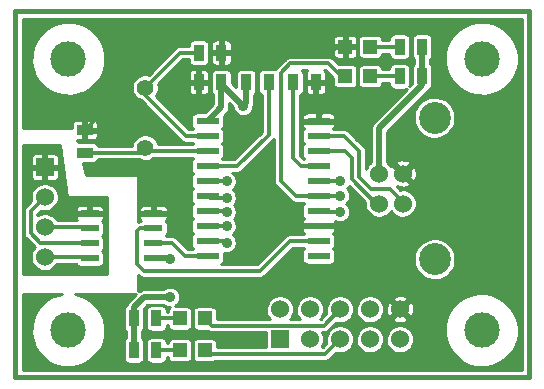
<source format=gtl>
G04 (created by PCBNEW-RS274X (2011-dec-28)-stable) date Fri 20 Jan 2012 12:39:42 PM CET*
G01*
G70*
G90*
%MOIN*%
G04 Gerber Fmt 3.4, Leading zero omitted, Abs format*
%FSLAX34Y34*%
G04 APERTURE LIST*
%ADD10C,0.006000*%
%ADD11C,0.015000*%
%ADD12C,0.060000*%
%ADD13C,0.106300*%
%ADD14R,0.035000X0.055000*%
%ADD15R,0.055000X0.035000*%
%ADD16R,0.060000X0.060000*%
%ADD17R,0.047200X0.047200*%
%ADD18C,0.056000*%
%ADD19C,0.118100*%
%ADD20R,0.061000X0.023600*%
%ADD21R,0.076700X0.023600*%
%ADD22C,0.035000*%
%ADD23C,0.019700*%
%ADD24C,0.011800*%
%ADD25C,0.010000*%
G04 APERTURE END LIST*
G54D10*
G54D11*
X31299Y-29921D02*
X48425Y-29921D01*
X31299Y-42126D02*
X31299Y-29921D01*
X48425Y-42126D02*
X31299Y-42126D01*
X48425Y-29921D02*
X48425Y-42126D01*
G54D12*
X43426Y-35327D03*
X43426Y-36327D03*
X44213Y-36327D03*
X44213Y-35327D03*
G54D13*
X45276Y-33465D03*
X45276Y-38189D03*
G54D14*
X38170Y-32283D03*
X37420Y-32283D03*
X38995Y-32283D03*
X39745Y-32283D03*
X36004Y-40158D03*
X35254Y-40158D03*
X36003Y-41220D03*
X35253Y-41220D03*
X44113Y-32086D03*
X44863Y-32086D03*
X44113Y-31102D03*
X44863Y-31102D03*
X37420Y-31299D03*
X38170Y-31299D03*
G54D15*
X33622Y-34627D03*
X33622Y-33877D03*
G54D14*
X40570Y-32283D03*
X41320Y-32283D03*
G54D16*
X40126Y-40854D03*
G54D12*
X40126Y-39854D03*
X41126Y-40854D03*
X41126Y-39854D03*
X42126Y-40854D03*
X42126Y-39854D03*
X43126Y-40854D03*
X43126Y-39854D03*
X44126Y-40854D03*
X44126Y-39854D03*
G54D16*
X32283Y-35114D03*
G54D12*
X32283Y-36114D03*
X32283Y-37114D03*
X32283Y-38114D03*
G54D17*
X36791Y-40158D03*
X37617Y-40158D03*
X36790Y-41220D03*
X37616Y-41220D03*
X43130Y-32086D03*
X42304Y-32086D03*
X43130Y-31102D03*
X42304Y-31102D03*
G54D18*
X35630Y-32465D03*
X35630Y-34465D03*
G54D19*
X33071Y-31496D03*
X33071Y-40551D03*
X46850Y-40551D03*
X46850Y-31496D03*
G54D20*
X35905Y-38151D03*
X35905Y-37651D03*
X35905Y-37153D03*
X35905Y-36653D03*
X33781Y-36653D03*
X33781Y-37153D03*
X33781Y-37651D03*
X33781Y-38151D03*
G54D21*
X37717Y-33578D03*
X37717Y-34078D03*
X37717Y-34578D03*
X37717Y-35078D03*
X37717Y-35578D03*
X37717Y-36076D03*
X37717Y-36576D03*
X37717Y-37076D03*
X37717Y-37576D03*
X37717Y-38076D03*
X41417Y-38076D03*
X41417Y-37576D03*
X41417Y-37076D03*
X41417Y-36576D03*
X41417Y-36076D03*
X41417Y-35578D03*
X41417Y-35078D03*
X41417Y-34578D03*
X41417Y-34078D03*
X41417Y-33578D03*
G54D22*
X36457Y-39449D03*
X36457Y-38189D03*
X38898Y-33071D03*
X42126Y-35591D03*
X42126Y-36063D03*
X42126Y-36614D03*
X38346Y-37638D03*
X38346Y-37087D03*
X38346Y-36614D03*
X38346Y-36142D03*
X38346Y-35591D03*
X33937Y-33150D03*
X35906Y-35512D03*
G54D23*
X36457Y-38189D02*
X36419Y-38151D01*
X43426Y-35327D02*
X43426Y-33818D01*
X35590Y-39449D02*
X36457Y-39449D01*
X35254Y-39785D02*
X35590Y-39449D01*
X44863Y-32086D02*
X44863Y-31102D01*
X38170Y-32343D02*
X38170Y-32283D01*
X35253Y-41220D02*
X35254Y-41219D01*
X38170Y-32283D02*
X38170Y-33125D01*
X38170Y-33125D02*
X37717Y-33578D01*
X38898Y-33071D02*
X38170Y-32343D01*
X36419Y-38151D02*
X35905Y-38151D01*
X38995Y-32974D02*
X38995Y-32283D01*
X38898Y-33071D02*
X38995Y-32974D01*
X35254Y-41219D02*
X35254Y-40158D01*
X44863Y-32381D02*
X44863Y-32086D01*
X43426Y-33818D02*
X44863Y-32381D01*
X35254Y-40158D02*
X35254Y-39785D01*
G54D24*
X44213Y-36327D02*
X44213Y-36261D01*
X42267Y-34078D02*
X41417Y-34078D01*
X42756Y-34567D02*
X42267Y-34078D01*
X42756Y-35433D02*
X42756Y-34567D01*
X43150Y-35827D02*
X42756Y-35433D01*
X43779Y-35827D02*
X43150Y-35827D01*
X44213Y-36261D02*
X43779Y-35827D01*
X43338Y-36327D02*
X42536Y-35525D01*
X43426Y-36327D02*
X43338Y-36327D01*
X42536Y-35525D02*
X42536Y-34820D01*
X42294Y-34578D02*
X41417Y-34578D01*
X42536Y-34820D02*
X42294Y-34578D01*
X41430Y-35591D02*
X41417Y-35578D01*
X42126Y-35591D02*
X41430Y-35591D01*
X42126Y-36063D02*
X41430Y-36063D01*
X40157Y-35590D02*
X40643Y-36076D01*
X42304Y-32086D02*
X42165Y-32086D01*
X41430Y-36063D02*
X41417Y-36076D01*
X40472Y-31654D02*
X40157Y-31969D01*
X41733Y-31654D02*
X40472Y-31654D01*
X42165Y-32086D02*
X41733Y-31654D01*
X40643Y-36076D02*
X41417Y-36076D01*
X40157Y-31969D02*
X40157Y-35590D01*
X42126Y-36614D02*
X41455Y-36614D01*
X41455Y-36614D02*
X41417Y-36576D01*
X38284Y-37576D02*
X37717Y-37576D01*
X38346Y-37638D02*
X38284Y-37576D01*
X37728Y-37087D02*
X37717Y-37076D01*
X38346Y-37087D02*
X37728Y-37087D01*
X38308Y-36576D02*
X37717Y-36576D01*
X38346Y-36614D02*
X38308Y-36576D01*
X37735Y-41339D02*
X37616Y-41220D01*
X41641Y-41339D02*
X37735Y-41339D01*
X37783Y-36142D02*
X37717Y-36076D01*
X38346Y-36142D02*
X37783Y-36142D01*
X42126Y-40854D02*
X41641Y-41339D01*
X37617Y-40158D02*
X37853Y-40394D01*
X37853Y-40394D02*
X41586Y-40394D01*
X38346Y-35591D02*
X38333Y-35578D01*
X38333Y-35578D02*
X37717Y-35578D01*
X41586Y-40394D02*
X42126Y-39854D01*
X35905Y-37153D02*
X35446Y-37153D01*
X40456Y-37576D02*
X41417Y-37576D01*
X39449Y-38583D02*
X40456Y-37576D01*
X35591Y-38583D02*
X39449Y-38583D01*
X35354Y-38346D02*
X35591Y-38583D01*
X35354Y-37245D02*
X35354Y-38346D01*
X35446Y-37153D02*
X35354Y-37245D01*
X32283Y-36114D02*
X31811Y-36586D01*
X32139Y-37651D02*
X33781Y-37651D01*
X31811Y-37323D02*
X32139Y-37651D01*
X31811Y-36586D02*
X31811Y-37323D01*
X35905Y-37651D02*
X35918Y-37638D01*
X36973Y-38076D02*
X37717Y-38076D01*
X36535Y-37638D02*
X36973Y-38076D01*
X35918Y-37638D02*
X36535Y-37638D01*
X32283Y-37114D02*
X33742Y-37114D01*
X33742Y-37114D02*
X33781Y-37153D01*
X33622Y-33877D02*
X33937Y-33562D01*
X33937Y-33562D02*
X33937Y-33150D01*
X35905Y-36653D02*
X35906Y-36652D01*
X35906Y-36652D02*
X35906Y-35512D01*
X43130Y-31102D02*
X44113Y-31102D01*
X40826Y-35078D02*
X40570Y-34822D01*
X41417Y-35078D02*
X40826Y-35078D01*
X40570Y-34822D02*
X40570Y-32283D01*
X33622Y-34627D02*
X35468Y-34627D01*
X35468Y-34627D02*
X35630Y-34465D01*
X37717Y-34578D02*
X35743Y-34578D01*
X35743Y-34578D02*
X35630Y-34465D01*
X39745Y-32283D02*
X39745Y-34034D01*
X38701Y-35078D02*
X37717Y-35078D01*
X39745Y-34034D02*
X38701Y-35078D01*
X35630Y-32465D02*
X36796Y-31299D01*
X36796Y-31299D02*
X37420Y-31299D01*
X37717Y-34078D02*
X36991Y-34078D01*
X35630Y-32717D02*
X35630Y-32465D01*
X36991Y-34078D02*
X35630Y-32717D01*
X36790Y-41220D02*
X36003Y-41220D01*
X36004Y-40158D02*
X36791Y-40158D01*
X44113Y-32086D02*
X43130Y-32086D01*
X32283Y-38114D02*
X33744Y-38114D01*
X33744Y-38114D02*
X33781Y-38151D01*
G54D10*
G36*
X37231Y-37825D02*
X37228Y-37828D01*
X37207Y-37849D01*
X37067Y-37849D01*
X36697Y-37479D01*
X36696Y-37477D01*
X36662Y-37449D01*
X36625Y-37429D01*
X36624Y-37429D01*
X36623Y-37428D01*
X36622Y-37428D01*
X36580Y-37415D01*
X36546Y-37411D01*
X36538Y-37411D01*
X36536Y-37411D01*
X36535Y-37411D01*
X36324Y-37411D01*
X36317Y-37404D01*
X36314Y-37402D01*
X36316Y-37401D01*
X36339Y-37378D01*
X36357Y-37351D01*
X36370Y-37321D01*
X36377Y-37289D01*
X36377Y-37256D01*
X36377Y-37019D01*
X36371Y-36987D01*
X36358Y-36957D01*
X36340Y-36929D01*
X36317Y-36906D01*
X36312Y-36903D01*
X36317Y-36900D01*
X36340Y-36877D01*
X36358Y-36849D01*
X36371Y-36819D01*
X36377Y-36787D01*
X36378Y-36745D01*
X36378Y-36561D01*
X36377Y-36519D01*
X36371Y-36487D01*
X36358Y-36457D01*
X36340Y-36429D01*
X36317Y-36406D01*
X36290Y-36388D01*
X36260Y-36375D01*
X36228Y-36368D01*
X36195Y-36368D01*
X35997Y-36367D01*
X35955Y-36409D01*
X35955Y-36603D01*
X36336Y-36603D01*
X36378Y-36561D01*
X36378Y-36745D01*
X36336Y-36703D01*
X36005Y-36703D01*
X35955Y-36703D01*
X35855Y-36703D01*
X35855Y-36603D01*
X35855Y-36409D01*
X35813Y-36367D01*
X35615Y-36368D01*
X35582Y-36368D01*
X35550Y-36375D01*
X35520Y-36388D01*
X35493Y-36406D01*
X35470Y-36429D01*
X35452Y-36457D01*
X35439Y-36487D01*
X35433Y-36519D01*
X35432Y-36561D01*
X35474Y-36603D01*
X35855Y-36603D01*
X35855Y-36703D01*
X35805Y-36703D01*
X35474Y-36703D01*
X35432Y-36745D01*
X35433Y-36787D01*
X35439Y-36819D01*
X35452Y-36849D01*
X35470Y-36877D01*
X35493Y-36900D01*
X35497Y-36902D01*
X35494Y-36905D01*
X35473Y-36926D01*
X35448Y-36926D01*
X35446Y-36926D01*
X35404Y-36929D01*
X35404Y-35383D01*
X33661Y-35383D01*
X33557Y-34969D01*
X33913Y-34969D01*
X33945Y-34963D01*
X33975Y-34950D01*
X34003Y-34932D01*
X34026Y-34909D01*
X34044Y-34882D01*
X34056Y-34854D01*
X35404Y-34854D01*
X35410Y-34858D01*
X35491Y-34893D01*
X35577Y-34912D01*
X35665Y-34914D01*
X35751Y-34899D01*
X35833Y-34867D01*
X35907Y-34820D01*
X35922Y-34805D01*
X37207Y-34805D01*
X37227Y-34825D01*
X37231Y-34827D01*
X37228Y-34830D01*
X37205Y-34853D01*
X37187Y-34880D01*
X37174Y-34910D01*
X37167Y-34942D01*
X37167Y-34975D01*
X37167Y-35212D01*
X37173Y-35244D01*
X37186Y-35274D01*
X37204Y-35302D01*
X37227Y-35325D01*
X37231Y-35327D01*
X37228Y-35330D01*
X37205Y-35353D01*
X37187Y-35380D01*
X37174Y-35410D01*
X37167Y-35442D01*
X37167Y-35475D01*
X37167Y-35712D01*
X37173Y-35744D01*
X37186Y-35774D01*
X37204Y-35802D01*
X37227Y-35825D01*
X37229Y-35826D01*
X37228Y-35828D01*
X37205Y-35851D01*
X37187Y-35878D01*
X37174Y-35908D01*
X37167Y-35940D01*
X37167Y-35973D01*
X37167Y-36210D01*
X37173Y-36242D01*
X37186Y-36272D01*
X37204Y-36300D01*
X37227Y-36323D01*
X37231Y-36325D01*
X37228Y-36328D01*
X37205Y-36351D01*
X37187Y-36378D01*
X37174Y-36408D01*
X37167Y-36440D01*
X37167Y-36473D01*
X37167Y-36710D01*
X37173Y-36742D01*
X37186Y-36772D01*
X37204Y-36800D01*
X37227Y-36823D01*
X37231Y-36825D01*
X37228Y-36828D01*
X37205Y-36851D01*
X37187Y-36878D01*
X37174Y-36908D01*
X37167Y-36940D01*
X37167Y-36973D01*
X37167Y-37210D01*
X37173Y-37242D01*
X37186Y-37272D01*
X37204Y-37300D01*
X37227Y-37323D01*
X37231Y-37325D01*
X37228Y-37328D01*
X37205Y-37351D01*
X37187Y-37378D01*
X37174Y-37408D01*
X37167Y-37440D01*
X37167Y-37473D01*
X37167Y-37710D01*
X37173Y-37742D01*
X37186Y-37772D01*
X37204Y-37800D01*
X37227Y-37823D01*
X37231Y-37825D01*
X37231Y-37825D01*
G37*
G54D25*
X37231Y-37825D02*
X37228Y-37828D01*
X37207Y-37849D01*
X37067Y-37849D01*
X36697Y-37479D01*
X36696Y-37477D01*
X36662Y-37449D01*
X36625Y-37429D01*
X36624Y-37429D01*
X36623Y-37428D01*
X36622Y-37428D01*
X36580Y-37415D01*
X36546Y-37411D01*
X36538Y-37411D01*
X36536Y-37411D01*
X36535Y-37411D01*
X36324Y-37411D01*
X36317Y-37404D01*
X36314Y-37402D01*
X36316Y-37401D01*
X36339Y-37378D01*
X36357Y-37351D01*
X36370Y-37321D01*
X36377Y-37289D01*
X36377Y-37256D01*
X36377Y-37019D01*
X36371Y-36987D01*
X36358Y-36957D01*
X36340Y-36929D01*
X36317Y-36906D01*
X36312Y-36903D01*
X36317Y-36900D01*
X36340Y-36877D01*
X36358Y-36849D01*
X36371Y-36819D01*
X36377Y-36787D01*
X36378Y-36745D01*
X36378Y-36561D01*
X36377Y-36519D01*
X36371Y-36487D01*
X36358Y-36457D01*
X36340Y-36429D01*
X36317Y-36406D01*
X36290Y-36388D01*
X36260Y-36375D01*
X36228Y-36368D01*
X36195Y-36368D01*
X35997Y-36367D01*
X35955Y-36409D01*
X35955Y-36603D01*
X36336Y-36603D01*
X36378Y-36561D01*
X36378Y-36745D01*
X36336Y-36703D01*
X36005Y-36703D01*
X35955Y-36703D01*
X35855Y-36703D01*
X35855Y-36603D01*
X35855Y-36409D01*
X35813Y-36367D01*
X35615Y-36368D01*
X35582Y-36368D01*
X35550Y-36375D01*
X35520Y-36388D01*
X35493Y-36406D01*
X35470Y-36429D01*
X35452Y-36457D01*
X35439Y-36487D01*
X35433Y-36519D01*
X35432Y-36561D01*
X35474Y-36603D01*
X35855Y-36603D01*
X35855Y-36703D01*
X35805Y-36703D01*
X35474Y-36703D01*
X35432Y-36745D01*
X35433Y-36787D01*
X35439Y-36819D01*
X35452Y-36849D01*
X35470Y-36877D01*
X35493Y-36900D01*
X35497Y-36902D01*
X35494Y-36905D01*
X35473Y-36926D01*
X35448Y-36926D01*
X35446Y-36926D01*
X35404Y-36929D01*
X35404Y-35383D01*
X33661Y-35383D01*
X33557Y-34969D01*
X33913Y-34969D01*
X33945Y-34963D01*
X33975Y-34950D01*
X34003Y-34932D01*
X34026Y-34909D01*
X34044Y-34882D01*
X34056Y-34854D01*
X35404Y-34854D01*
X35410Y-34858D01*
X35491Y-34893D01*
X35577Y-34912D01*
X35665Y-34914D01*
X35751Y-34899D01*
X35833Y-34867D01*
X35907Y-34820D01*
X35922Y-34805D01*
X37207Y-34805D01*
X37227Y-34825D01*
X37231Y-34827D01*
X37228Y-34830D01*
X37205Y-34853D01*
X37187Y-34880D01*
X37174Y-34910D01*
X37167Y-34942D01*
X37167Y-34975D01*
X37167Y-35212D01*
X37173Y-35244D01*
X37186Y-35274D01*
X37204Y-35302D01*
X37227Y-35325D01*
X37231Y-35327D01*
X37228Y-35330D01*
X37205Y-35353D01*
X37187Y-35380D01*
X37174Y-35410D01*
X37167Y-35442D01*
X37167Y-35475D01*
X37167Y-35712D01*
X37173Y-35744D01*
X37186Y-35774D01*
X37204Y-35802D01*
X37227Y-35825D01*
X37229Y-35826D01*
X37228Y-35828D01*
X37205Y-35851D01*
X37187Y-35878D01*
X37174Y-35908D01*
X37167Y-35940D01*
X37167Y-35973D01*
X37167Y-36210D01*
X37173Y-36242D01*
X37186Y-36272D01*
X37204Y-36300D01*
X37227Y-36323D01*
X37231Y-36325D01*
X37228Y-36328D01*
X37205Y-36351D01*
X37187Y-36378D01*
X37174Y-36408D01*
X37167Y-36440D01*
X37167Y-36473D01*
X37167Y-36710D01*
X37173Y-36742D01*
X37186Y-36772D01*
X37204Y-36800D01*
X37227Y-36823D01*
X37231Y-36825D01*
X37228Y-36828D01*
X37205Y-36851D01*
X37187Y-36878D01*
X37174Y-36908D01*
X37167Y-36940D01*
X37167Y-36973D01*
X37167Y-37210D01*
X37173Y-37242D01*
X37186Y-37272D01*
X37204Y-37300D01*
X37227Y-37323D01*
X37231Y-37325D01*
X37228Y-37328D01*
X37205Y-37351D01*
X37187Y-37378D01*
X37174Y-37408D01*
X37167Y-37440D01*
X37167Y-37473D01*
X37167Y-37710D01*
X37173Y-37742D01*
X37186Y-37772D01*
X37204Y-37800D01*
X37227Y-37823D01*
X37231Y-37825D01*
G54D10*
G36*
X48182Y-41883D02*
X48080Y-41883D01*
X48080Y-40430D01*
X48080Y-31375D01*
X48033Y-31138D01*
X47941Y-30915D01*
X47808Y-30715D01*
X47638Y-30543D01*
X47437Y-30409D01*
X47215Y-30315D01*
X46979Y-30267D01*
X46738Y-30265D01*
X46501Y-30310D01*
X46277Y-30401D01*
X46075Y-30533D01*
X45903Y-30702D01*
X45767Y-30901D01*
X45672Y-31123D01*
X45622Y-31359D01*
X45618Y-31600D01*
X45662Y-31837D01*
X45751Y-32061D01*
X45882Y-32264D01*
X46049Y-32437D01*
X46247Y-32575D01*
X46468Y-32672D01*
X46704Y-32723D01*
X46945Y-32728D01*
X47183Y-32686D01*
X47408Y-32599D01*
X47611Y-32470D01*
X47786Y-32303D01*
X47925Y-32106D01*
X48023Y-31886D01*
X48076Y-31651D01*
X48080Y-31375D01*
X48080Y-40430D01*
X48033Y-40193D01*
X47941Y-39970D01*
X47808Y-39770D01*
X47638Y-39598D01*
X47437Y-39464D01*
X47215Y-39370D01*
X46979Y-39322D01*
X46738Y-39320D01*
X46501Y-39365D01*
X46277Y-39456D01*
X46075Y-39588D01*
X45975Y-39686D01*
X45975Y-38120D01*
X45975Y-33396D01*
X45948Y-33262D01*
X45896Y-33135D01*
X45820Y-33021D01*
X45723Y-32924D01*
X45610Y-32847D01*
X45483Y-32794D01*
X45349Y-32766D01*
X45212Y-32766D01*
X45077Y-32791D01*
X44950Y-32843D01*
X44836Y-32918D01*
X44738Y-33014D01*
X44660Y-33127D01*
X44606Y-33253D01*
X44578Y-33387D01*
X44576Y-33524D01*
X44601Y-33659D01*
X44651Y-33786D01*
X44726Y-33902D01*
X44821Y-34000D01*
X44934Y-34078D01*
X45059Y-34133D01*
X45193Y-34163D01*
X45330Y-34165D01*
X45465Y-34141D01*
X45593Y-34092D01*
X45709Y-34018D01*
X45808Y-33924D01*
X45887Y-33812D01*
X45943Y-33686D01*
X45973Y-33553D01*
X45975Y-33396D01*
X45975Y-38120D01*
X45948Y-37986D01*
X45896Y-37859D01*
X45820Y-37745D01*
X45723Y-37648D01*
X45610Y-37571D01*
X45483Y-37518D01*
X45349Y-37490D01*
X45212Y-37490D01*
X45077Y-37515D01*
X44950Y-37567D01*
X44836Y-37642D01*
X44738Y-37738D01*
X44660Y-37851D01*
X44606Y-37977D01*
X44578Y-38111D01*
X44576Y-38248D01*
X44601Y-38383D01*
X44651Y-38510D01*
X44726Y-38626D01*
X44821Y-38724D01*
X44934Y-38802D01*
X45059Y-38857D01*
X45193Y-38887D01*
X45330Y-38889D01*
X45465Y-38865D01*
X45593Y-38816D01*
X45709Y-38742D01*
X45808Y-38648D01*
X45887Y-38536D01*
X45943Y-38410D01*
X45973Y-38277D01*
X45975Y-38120D01*
X45975Y-39686D01*
X45903Y-39757D01*
X45767Y-39956D01*
X45672Y-40178D01*
X45622Y-40414D01*
X45618Y-40655D01*
X45662Y-40892D01*
X45751Y-41116D01*
X45882Y-41319D01*
X46049Y-41492D01*
X46247Y-41630D01*
X46468Y-41727D01*
X46704Y-41778D01*
X46945Y-41783D01*
X47183Y-41741D01*
X47408Y-41654D01*
X47611Y-41525D01*
X47786Y-41358D01*
X47925Y-41161D01*
X48023Y-40941D01*
X48076Y-40706D01*
X48080Y-40430D01*
X48080Y-41883D01*
X44594Y-41883D01*
X44594Y-40808D01*
X44593Y-40803D01*
X44593Y-39824D01*
X44578Y-39734D01*
X44546Y-39649D01*
X44531Y-39621D01*
X44460Y-39590D01*
X44390Y-39660D01*
X44390Y-39520D01*
X44359Y-39449D01*
X44276Y-39411D01*
X44188Y-39391D01*
X44096Y-39387D01*
X44006Y-39402D01*
X43921Y-39434D01*
X43893Y-39449D01*
X43862Y-39520D01*
X44126Y-39783D01*
X44390Y-39520D01*
X44390Y-39660D01*
X44197Y-39854D01*
X44460Y-40118D01*
X44531Y-40087D01*
X44569Y-40004D01*
X44589Y-39916D01*
X44593Y-39824D01*
X44593Y-40803D01*
X44576Y-40718D01*
X44541Y-40633D01*
X44490Y-40557D01*
X44426Y-40492D01*
X44390Y-40467D01*
X44390Y-40188D01*
X44126Y-39925D01*
X44055Y-39995D01*
X44055Y-39854D01*
X43792Y-39590D01*
X43721Y-39621D01*
X43683Y-39704D01*
X43663Y-39792D01*
X43659Y-39884D01*
X43674Y-39974D01*
X43706Y-40059D01*
X43721Y-40087D01*
X43792Y-40118D01*
X44055Y-39854D01*
X44055Y-39995D01*
X43862Y-40188D01*
X43893Y-40259D01*
X43976Y-40297D01*
X44064Y-40317D01*
X44156Y-40321D01*
X44246Y-40306D01*
X44331Y-40274D01*
X44359Y-40259D01*
X44390Y-40188D01*
X44390Y-40467D01*
X44350Y-40440D01*
X44265Y-40405D01*
X44175Y-40386D01*
X44083Y-40386D01*
X43993Y-40403D01*
X43908Y-40437D01*
X43831Y-40488D01*
X43766Y-40552D01*
X43714Y-40628D01*
X43678Y-40712D01*
X43659Y-40802D01*
X43657Y-40893D01*
X43674Y-40984D01*
X43708Y-41069D01*
X43758Y-41146D01*
X43821Y-41212D01*
X43897Y-41265D01*
X43981Y-41301D01*
X44070Y-41321D01*
X44162Y-41323D01*
X44253Y-41307D01*
X44338Y-41274D01*
X44416Y-41224D01*
X44482Y-41161D01*
X44535Y-41086D01*
X44572Y-41002D01*
X44593Y-40913D01*
X44594Y-40808D01*
X44594Y-41883D01*
X43594Y-41883D01*
X43594Y-40808D01*
X43594Y-39808D01*
X43576Y-39718D01*
X43541Y-39633D01*
X43490Y-39557D01*
X43426Y-39492D01*
X43350Y-39440D01*
X43265Y-39405D01*
X43175Y-39386D01*
X43083Y-39386D01*
X42993Y-39403D01*
X42908Y-39437D01*
X42831Y-39488D01*
X42766Y-39552D01*
X42714Y-39628D01*
X42678Y-39712D01*
X42659Y-39802D01*
X42657Y-39893D01*
X42674Y-39984D01*
X42708Y-40069D01*
X42758Y-40146D01*
X42821Y-40212D01*
X42897Y-40265D01*
X42981Y-40301D01*
X43070Y-40321D01*
X43162Y-40323D01*
X43253Y-40307D01*
X43338Y-40274D01*
X43416Y-40224D01*
X43482Y-40161D01*
X43535Y-40086D01*
X43572Y-40002D01*
X43593Y-39913D01*
X43594Y-39808D01*
X43594Y-40808D01*
X43576Y-40718D01*
X43541Y-40633D01*
X43490Y-40557D01*
X43426Y-40492D01*
X43350Y-40440D01*
X43265Y-40405D01*
X43175Y-40386D01*
X43083Y-40386D01*
X42993Y-40403D01*
X42908Y-40437D01*
X42831Y-40488D01*
X42766Y-40552D01*
X42714Y-40628D01*
X42678Y-40712D01*
X42659Y-40802D01*
X42657Y-40893D01*
X42674Y-40984D01*
X42708Y-41069D01*
X42758Y-41146D01*
X42821Y-41212D01*
X42897Y-41265D01*
X42981Y-41301D01*
X43070Y-41321D01*
X43162Y-41323D01*
X43253Y-41307D01*
X43338Y-41274D01*
X43416Y-41224D01*
X43482Y-41161D01*
X43535Y-41086D01*
X43572Y-41002D01*
X43593Y-40913D01*
X43594Y-40808D01*
X43594Y-41883D01*
X42594Y-41883D01*
X42594Y-40808D01*
X42576Y-40718D01*
X42541Y-40633D01*
X42490Y-40557D01*
X42426Y-40492D01*
X42350Y-40440D01*
X42265Y-40405D01*
X42175Y-40386D01*
X42083Y-40386D01*
X41993Y-40403D01*
X41908Y-40437D01*
X41831Y-40488D01*
X41766Y-40552D01*
X41714Y-40628D01*
X41678Y-40712D01*
X41659Y-40802D01*
X41657Y-40893D01*
X41674Y-40984D01*
X41546Y-41112D01*
X41516Y-41112D01*
X41535Y-41086D01*
X41572Y-41002D01*
X41593Y-40913D01*
X41594Y-40808D01*
X41576Y-40718D01*
X41541Y-40633D01*
X41532Y-40621D01*
X41584Y-40621D01*
X41586Y-40621D01*
X41628Y-40617D01*
X41630Y-40617D01*
X41654Y-40609D01*
X41671Y-40605D01*
X41672Y-40604D01*
X41673Y-40604D01*
X41710Y-40584D01*
X41712Y-40583D01*
X41732Y-40566D01*
X41744Y-40557D01*
X41746Y-40555D01*
X41747Y-40555D01*
X41996Y-40304D01*
X42070Y-40321D01*
X42162Y-40323D01*
X42253Y-40307D01*
X42338Y-40274D01*
X42416Y-40224D01*
X42482Y-40161D01*
X42535Y-40086D01*
X42572Y-40002D01*
X42593Y-39913D01*
X42594Y-39808D01*
X42576Y-39718D01*
X42541Y-39633D01*
X42490Y-39557D01*
X42426Y-39492D01*
X42350Y-39440D01*
X42265Y-39405D01*
X42175Y-39386D01*
X42083Y-39386D01*
X41993Y-39403D01*
X41908Y-39437D01*
X41831Y-39488D01*
X41766Y-39552D01*
X41714Y-39628D01*
X41678Y-39712D01*
X41659Y-39802D01*
X41657Y-39893D01*
X41674Y-39984D01*
X41491Y-40167D01*
X41475Y-40167D01*
X41482Y-40161D01*
X41535Y-40086D01*
X41572Y-40002D01*
X41593Y-39913D01*
X41594Y-39808D01*
X41576Y-39718D01*
X41541Y-39633D01*
X41490Y-39557D01*
X41426Y-39492D01*
X41350Y-39440D01*
X41265Y-39405D01*
X41175Y-39386D01*
X41083Y-39386D01*
X40993Y-39403D01*
X40908Y-39437D01*
X40831Y-39488D01*
X40766Y-39552D01*
X40714Y-39628D01*
X40678Y-39712D01*
X40659Y-39802D01*
X40657Y-39893D01*
X40674Y-39984D01*
X40708Y-40069D01*
X40758Y-40146D01*
X40778Y-40167D01*
X40475Y-40167D01*
X40482Y-40161D01*
X40535Y-40086D01*
X40572Y-40002D01*
X40593Y-39913D01*
X40594Y-39808D01*
X40576Y-39718D01*
X40541Y-39633D01*
X40490Y-39557D01*
X40426Y-39492D01*
X40350Y-39440D01*
X40265Y-39405D01*
X40175Y-39386D01*
X40083Y-39386D01*
X39993Y-39403D01*
X39908Y-39437D01*
X39831Y-39488D01*
X39766Y-39552D01*
X39714Y-39628D01*
X39678Y-39712D01*
X39659Y-39802D01*
X39657Y-39893D01*
X39674Y-39984D01*
X39708Y-40069D01*
X39758Y-40146D01*
X39778Y-40167D01*
X38020Y-40167D01*
X38020Y-39906D01*
X38014Y-39874D01*
X38001Y-39844D01*
X37983Y-39816D01*
X37960Y-39793D01*
X37933Y-39775D01*
X37903Y-39762D01*
X37871Y-39755D01*
X37838Y-39755D01*
X37365Y-39755D01*
X37333Y-39761D01*
X37303Y-39774D01*
X37275Y-39792D01*
X37252Y-39815D01*
X37234Y-39842D01*
X37221Y-39872D01*
X37214Y-39904D01*
X37214Y-39937D01*
X37214Y-40410D01*
X37220Y-40442D01*
X37233Y-40472D01*
X37251Y-40500D01*
X37274Y-40523D01*
X37301Y-40541D01*
X37331Y-40554D01*
X37363Y-40561D01*
X37396Y-40561D01*
X37700Y-40561D01*
X37725Y-40581D01*
X37726Y-40582D01*
X37743Y-40591D01*
X37764Y-40603D01*
X37765Y-40603D01*
X37806Y-40616D01*
X37808Y-40616D01*
X37850Y-40621D01*
X37853Y-40621D01*
X39659Y-40621D01*
X39659Y-41112D01*
X38019Y-41112D01*
X38019Y-40968D01*
X38013Y-40936D01*
X38000Y-40906D01*
X37982Y-40878D01*
X37959Y-40855D01*
X37932Y-40837D01*
X37902Y-40824D01*
X37870Y-40817D01*
X37837Y-40817D01*
X37364Y-40817D01*
X37332Y-40823D01*
X37302Y-40836D01*
X37274Y-40854D01*
X37251Y-40877D01*
X37233Y-40904D01*
X37220Y-40934D01*
X37213Y-40966D01*
X37213Y-40999D01*
X37213Y-41472D01*
X37219Y-41504D01*
X37232Y-41534D01*
X37250Y-41562D01*
X37273Y-41585D01*
X37300Y-41603D01*
X37330Y-41616D01*
X37362Y-41623D01*
X37395Y-41623D01*
X37868Y-41623D01*
X37900Y-41617D01*
X37930Y-41604D01*
X37958Y-41586D01*
X37978Y-41566D01*
X41639Y-41566D01*
X41641Y-41566D01*
X41683Y-41562D01*
X41685Y-41562D01*
X41709Y-41554D01*
X41726Y-41550D01*
X41727Y-41549D01*
X41728Y-41549D01*
X41765Y-41529D01*
X41767Y-41528D01*
X41787Y-41511D01*
X41799Y-41502D01*
X41801Y-41500D01*
X41802Y-41500D01*
X41997Y-41304D01*
X42070Y-41321D01*
X42162Y-41323D01*
X42253Y-41307D01*
X42338Y-41274D01*
X42416Y-41224D01*
X42482Y-41161D01*
X42535Y-41086D01*
X42572Y-41002D01*
X42593Y-40913D01*
X42594Y-40808D01*
X42594Y-41883D01*
X37193Y-41883D01*
X37193Y-41474D01*
X37193Y-41441D01*
X37193Y-40968D01*
X37187Y-40936D01*
X37174Y-40906D01*
X37156Y-40878D01*
X37133Y-40855D01*
X37106Y-40837D01*
X37076Y-40824D01*
X37044Y-40817D01*
X37011Y-40817D01*
X36538Y-40817D01*
X36506Y-40823D01*
X36476Y-40836D01*
X36448Y-40854D01*
X36425Y-40877D01*
X36407Y-40904D01*
X36394Y-40934D01*
X36387Y-40966D01*
X36387Y-40993D01*
X36345Y-40993D01*
X36345Y-40929D01*
X36339Y-40897D01*
X36326Y-40867D01*
X36308Y-40839D01*
X36285Y-40816D01*
X36258Y-40798D01*
X36228Y-40785D01*
X36196Y-40778D01*
X36163Y-40778D01*
X35812Y-40778D01*
X35780Y-40784D01*
X35750Y-40797D01*
X35722Y-40815D01*
X35699Y-40838D01*
X35681Y-40865D01*
X35668Y-40895D01*
X35661Y-40927D01*
X35661Y-40960D01*
X35661Y-41511D01*
X35667Y-41543D01*
X35680Y-41573D01*
X35698Y-41601D01*
X35721Y-41624D01*
X35748Y-41642D01*
X35778Y-41655D01*
X35810Y-41662D01*
X35843Y-41662D01*
X36194Y-41662D01*
X36226Y-41656D01*
X36256Y-41643D01*
X36284Y-41625D01*
X36307Y-41602D01*
X36325Y-41575D01*
X36338Y-41545D01*
X36345Y-41513D01*
X36345Y-41480D01*
X36345Y-41447D01*
X36387Y-41447D01*
X36387Y-41472D01*
X36393Y-41504D01*
X36406Y-41534D01*
X36424Y-41562D01*
X36447Y-41585D01*
X36474Y-41603D01*
X36504Y-41616D01*
X36536Y-41623D01*
X36569Y-41623D01*
X37042Y-41623D01*
X37074Y-41617D01*
X37104Y-41604D01*
X37132Y-41586D01*
X37155Y-41563D01*
X37173Y-41536D01*
X37186Y-41506D01*
X37193Y-41474D01*
X37193Y-41883D01*
X31542Y-41883D01*
X31542Y-39341D01*
X32848Y-39341D01*
X32722Y-39365D01*
X32498Y-39456D01*
X32296Y-39588D01*
X32124Y-39757D01*
X31988Y-39956D01*
X31893Y-40178D01*
X31843Y-40414D01*
X31839Y-40655D01*
X31883Y-40892D01*
X31972Y-41116D01*
X32103Y-41319D01*
X32270Y-41492D01*
X32468Y-41630D01*
X32689Y-41727D01*
X32925Y-41778D01*
X33166Y-41783D01*
X33404Y-41741D01*
X33629Y-41654D01*
X33832Y-41525D01*
X34007Y-41358D01*
X34146Y-41161D01*
X34244Y-40941D01*
X34297Y-40706D01*
X34301Y-40430D01*
X34254Y-40193D01*
X34162Y-39970D01*
X34029Y-39770D01*
X33859Y-39598D01*
X33658Y-39464D01*
X33436Y-39370D01*
X33293Y-39341D01*
X35322Y-39341D01*
X35068Y-39595D01*
X35066Y-39597D01*
X35033Y-39637D01*
X35011Y-39677D01*
X35010Y-39680D01*
X35009Y-39680D01*
X35009Y-39682D01*
X34993Y-39732D01*
X34992Y-39740D01*
X34973Y-39753D01*
X34950Y-39776D01*
X34932Y-39803D01*
X34919Y-39833D01*
X34912Y-39865D01*
X34912Y-39898D01*
X34912Y-40449D01*
X34918Y-40481D01*
X34931Y-40511D01*
X34949Y-40539D01*
X34972Y-40562D01*
X34988Y-40572D01*
X34988Y-40804D01*
X34972Y-40815D01*
X34949Y-40838D01*
X34931Y-40865D01*
X34918Y-40895D01*
X34911Y-40927D01*
X34911Y-40960D01*
X34911Y-41511D01*
X34917Y-41543D01*
X34930Y-41573D01*
X34948Y-41601D01*
X34971Y-41624D01*
X34998Y-41642D01*
X35028Y-41655D01*
X35060Y-41662D01*
X35093Y-41662D01*
X35444Y-41662D01*
X35476Y-41656D01*
X35506Y-41643D01*
X35534Y-41625D01*
X35557Y-41602D01*
X35575Y-41575D01*
X35588Y-41545D01*
X35595Y-41513D01*
X35595Y-41480D01*
X35595Y-40929D01*
X35589Y-40897D01*
X35576Y-40867D01*
X35558Y-40839D01*
X35535Y-40816D01*
X35520Y-40806D01*
X35520Y-40572D01*
X35535Y-40563D01*
X35558Y-40540D01*
X35576Y-40513D01*
X35589Y-40483D01*
X35596Y-40451D01*
X35596Y-40418D01*
X35596Y-39867D01*
X35590Y-39835D01*
X35586Y-39828D01*
X35700Y-39715D01*
X36240Y-39715D01*
X36290Y-39749D01*
X36351Y-39776D01*
X36417Y-39790D01*
X36450Y-39791D01*
X36449Y-39792D01*
X36426Y-39815D01*
X36408Y-39842D01*
X36395Y-39872D01*
X36388Y-39904D01*
X36388Y-39931D01*
X36346Y-39931D01*
X36346Y-39867D01*
X36340Y-39835D01*
X36327Y-39805D01*
X36309Y-39777D01*
X36286Y-39754D01*
X36259Y-39736D01*
X36229Y-39723D01*
X36197Y-39716D01*
X36164Y-39716D01*
X35813Y-39716D01*
X35781Y-39722D01*
X35751Y-39735D01*
X35723Y-39753D01*
X35700Y-39776D01*
X35682Y-39803D01*
X35669Y-39833D01*
X35662Y-39865D01*
X35662Y-39898D01*
X35662Y-40449D01*
X35668Y-40481D01*
X35681Y-40511D01*
X35699Y-40539D01*
X35722Y-40562D01*
X35749Y-40580D01*
X35779Y-40593D01*
X35811Y-40600D01*
X35844Y-40600D01*
X36195Y-40600D01*
X36227Y-40594D01*
X36257Y-40581D01*
X36285Y-40563D01*
X36308Y-40540D01*
X36326Y-40513D01*
X36339Y-40483D01*
X36346Y-40451D01*
X36346Y-40418D01*
X36346Y-40385D01*
X36388Y-40385D01*
X36388Y-40410D01*
X36394Y-40442D01*
X36407Y-40472D01*
X36425Y-40500D01*
X36448Y-40523D01*
X36475Y-40541D01*
X36505Y-40554D01*
X36537Y-40561D01*
X36570Y-40561D01*
X37043Y-40561D01*
X37075Y-40555D01*
X37105Y-40542D01*
X37133Y-40524D01*
X37156Y-40501D01*
X37174Y-40474D01*
X37187Y-40444D01*
X37194Y-40412D01*
X37194Y-40379D01*
X37194Y-39906D01*
X37188Y-39874D01*
X37175Y-39844D01*
X37157Y-39816D01*
X37134Y-39793D01*
X37107Y-39775D01*
X37077Y-39762D01*
X37045Y-39755D01*
X37012Y-39755D01*
X36613Y-39755D01*
X36669Y-39720D01*
X36717Y-39673D01*
X36756Y-39618D01*
X36783Y-39557D01*
X36798Y-39492D01*
X36799Y-39415D01*
X36786Y-39349D01*
X36760Y-39287D01*
X36723Y-39231D01*
X36676Y-39184D01*
X36620Y-39146D01*
X36558Y-39121D01*
X36492Y-39107D01*
X36425Y-39107D01*
X36360Y-39119D01*
X36297Y-39145D01*
X36241Y-39181D01*
X36238Y-39183D01*
X35593Y-39183D01*
X35590Y-39183D01*
X35538Y-39188D01*
X35496Y-39200D01*
X35492Y-39202D01*
X35491Y-39202D01*
X35489Y-39203D01*
X35443Y-39227D01*
X35419Y-39246D01*
X35405Y-39258D01*
X35404Y-39259D01*
X35404Y-38717D01*
X35429Y-38742D01*
X35430Y-38743D01*
X35464Y-38772D01*
X35500Y-38791D01*
X35502Y-38792D01*
X35504Y-38793D01*
X35544Y-38805D01*
X35546Y-38806D01*
X35580Y-38809D01*
X35588Y-38810D01*
X35590Y-38810D01*
X35591Y-38810D01*
X39447Y-38810D01*
X39449Y-38810D01*
X39491Y-38806D01*
X39493Y-38806D01*
X39517Y-38798D01*
X39534Y-38794D01*
X39535Y-38793D01*
X39536Y-38793D01*
X39573Y-38773D01*
X39575Y-38772D01*
X39595Y-38755D01*
X39607Y-38746D01*
X39609Y-38744D01*
X39610Y-38744D01*
X40550Y-37803D01*
X40907Y-37803D01*
X40927Y-37823D01*
X40931Y-37825D01*
X40928Y-37828D01*
X40905Y-37851D01*
X40887Y-37878D01*
X40874Y-37908D01*
X40867Y-37940D01*
X40867Y-37973D01*
X40867Y-38210D01*
X40873Y-38242D01*
X40886Y-38272D01*
X40904Y-38300D01*
X40927Y-38323D01*
X40954Y-38341D01*
X40984Y-38354D01*
X41016Y-38361D01*
X41049Y-38361D01*
X41816Y-38361D01*
X41848Y-38355D01*
X41878Y-38342D01*
X41906Y-38324D01*
X41929Y-38301D01*
X41947Y-38274D01*
X41960Y-38244D01*
X41967Y-38212D01*
X41967Y-38179D01*
X41967Y-37942D01*
X41961Y-37910D01*
X41948Y-37880D01*
X41930Y-37852D01*
X41907Y-37829D01*
X41902Y-37826D01*
X41906Y-37824D01*
X41929Y-37801D01*
X41947Y-37774D01*
X41960Y-37744D01*
X41967Y-37712D01*
X41967Y-37679D01*
X41967Y-37442D01*
X41961Y-37410D01*
X41948Y-37380D01*
X41930Y-37352D01*
X41907Y-37329D01*
X41902Y-37326D01*
X41907Y-37323D01*
X41930Y-37300D01*
X41948Y-37272D01*
X41961Y-37242D01*
X41967Y-37210D01*
X41968Y-37168D01*
X41926Y-37126D01*
X41517Y-37126D01*
X41467Y-37126D01*
X41367Y-37126D01*
X41317Y-37126D01*
X40908Y-37126D01*
X40866Y-37168D01*
X40867Y-37210D01*
X40873Y-37242D01*
X40886Y-37272D01*
X40904Y-37300D01*
X40927Y-37323D01*
X40931Y-37325D01*
X40928Y-37328D01*
X40907Y-37349D01*
X40458Y-37349D01*
X40456Y-37349D01*
X40412Y-37353D01*
X40388Y-37360D01*
X40371Y-37365D01*
X40369Y-37365D01*
X40369Y-37366D01*
X40330Y-37387D01*
X40310Y-37403D01*
X40298Y-37413D01*
X40296Y-37415D01*
X40295Y-37416D01*
X39354Y-38356D01*
X38142Y-38356D01*
X38148Y-38355D01*
X38178Y-38342D01*
X38206Y-38324D01*
X38229Y-38301D01*
X38247Y-38274D01*
X38260Y-38244D01*
X38267Y-38212D01*
X38267Y-38179D01*
X38267Y-37970D01*
X38306Y-37979D01*
X38373Y-37981D01*
X38439Y-37969D01*
X38501Y-37945D01*
X38558Y-37909D01*
X38606Y-37862D01*
X38645Y-37807D01*
X38672Y-37746D01*
X38687Y-37681D01*
X38688Y-37604D01*
X38675Y-37538D01*
X38649Y-37476D01*
X38612Y-37420D01*
X38565Y-37373D01*
X38550Y-37362D01*
X38558Y-37358D01*
X38606Y-37311D01*
X38645Y-37256D01*
X38672Y-37195D01*
X38687Y-37130D01*
X38688Y-37053D01*
X38675Y-36987D01*
X38649Y-36925D01*
X38612Y-36869D01*
X38593Y-36850D01*
X38606Y-36838D01*
X38645Y-36783D01*
X38672Y-36722D01*
X38687Y-36657D01*
X38688Y-36580D01*
X38675Y-36514D01*
X38649Y-36452D01*
X38612Y-36396D01*
X38593Y-36377D01*
X38606Y-36366D01*
X38645Y-36311D01*
X38672Y-36250D01*
X38687Y-36185D01*
X38688Y-36108D01*
X38675Y-36042D01*
X38649Y-35980D01*
X38612Y-35924D01*
X38565Y-35877D01*
X38550Y-35866D01*
X38558Y-35862D01*
X38606Y-35815D01*
X38645Y-35760D01*
X38672Y-35699D01*
X38687Y-35634D01*
X38688Y-35557D01*
X38675Y-35491D01*
X38649Y-35429D01*
X38612Y-35373D01*
X38565Y-35326D01*
X38534Y-35305D01*
X38699Y-35305D01*
X38701Y-35305D01*
X38743Y-35301D01*
X38745Y-35301D01*
X38769Y-35293D01*
X38786Y-35289D01*
X38787Y-35288D01*
X38788Y-35288D01*
X38825Y-35268D01*
X38827Y-35267D01*
X38847Y-35250D01*
X38859Y-35241D01*
X38861Y-35239D01*
X38862Y-35239D01*
X39904Y-34196D01*
X39905Y-34195D01*
X39930Y-34164D01*
X39930Y-35588D01*
X39930Y-35590D01*
X39934Y-35634D01*
X39941Y-35658D01*
X39946Y-35675D01*
X39946Y-35676D01*
X39947Y-35677D01*
X39967Y-35714D01*
X39968Y-35716D01*
X39984Y-35736D01*
X39994Y-35748D01*
X39996Y-35751D01*
X40481Y-36235D01*
X40482Y-36236D01*
X40516Y-36265D01*
X40552Y-36284D01*
X40554Y-36285D01*
X40556Y-36286D01*
X40596Y-36298D01*
X40598Y-36299D01*
X40632Y-36302D01*
X40640Y-36303D01*
X40642Y-36303D01*
X40643Y-36303D01*
X40907Y-36303D01*
X40927Y-36323D01*
X40931Y-36325D01*
X40928Y-36328D01*
X40905Y-36351D01*
X40887Y-36378D01*
X40874Y-36408D01*
X40867Y-36440D01*
X40867Y-36473D01*
X40867Y-36710D01*
X40873Y-36742D01*
X40886Y-36772D01*
X40904Y-36800D01*
X40927Y-36823D01*
X40931Y-36826D01*
X40927Y-36829D01*
X40904Y-36852D01*
X40886Y-36880D01*
X40873Y-36910D01*
X40867Y-36942D01*
X40866Y-36984D01*
X40908Y-37026D01*
X41317Y-37026D01*
X41367Y-37026D01*
X41467Y-37026D01*
X41517Y-37026D01*
X41926Y-37026D01*
X41968Y-36984D01*
X41967Y-36942D01*
X41961Y-36915D01*
X42020Y-36941D01*
X42086Y-36955D01*
X42153Y-36957D01*
X42219Y-36945D01*
X42281Y-36921D01*
X42338Y-36885D01*
X42386Y-36838D01*
X42425Y-36783D01*
X42452Y-36722D01*
X42467Y-36657D01*
X42468Y-36580D01*
X42455Y-36514D01*
X42429Y-36452D01*
X42392Y-36396D01*
X42345Y-36349D01*
X42330Y-36338D01*
X42338Y-36334D01*
X42386Y-36287D01*
X42425Y-36232D01*
X42452Y-36171D01*
X42467Y-36106D01*
X42468Y-36029D01*
X42455Y-35963D01*
X42429Y-35901D01*
X42392Y-35845D01*
X42373Y-35826D01*
X42386Y-35815D01*
X42425Y-35760D01*
X42432Y-35743D01*
X42959Y-36270D01*
X42959Y-36275D01*
X42957Y-36366D01*
X42974Y-36457D01*
X43008Y-36542D01*
X43058Y-36619D01*
X43121Y-36685D01*
X43197Y-36738D01*
X43281Y-36774D01*
X43370Y-36794D01*
X43462Y-36796D01*
X43553Y-36780D01*
X43638Y-36747D01*
X43716Y-36697D01*
X43782Y-36634D01*
X43819Y-36580D01*
X43845Y-36619D01*
X43908Y-36685D01*
X43984Y-36738D01*
X44068Y-36774D01*
X44157Y-36794D01*
X44249Y-36796D01*
X44340Y-36780D01*
X44425Y-36747D01*
X44503Y-36697D01*
X44569Y-36634D01*
X44622Y-36559D01*
X44659Y-36475D01*
X44680Y-36386D01*
X44681Y-36281D01*
X44680Y-36276D01*
X44680Y-35297D01*
X44665Y-35207D01*
X44633Y-35122D01*
X44618Y-35094D01*
X44547Y-35063D01*
X44477Y-35133D01*
X44477Y-34993D01*
X44446Y-34922D01*
X44363Y-34884D01*
X44275Y-34864D01*
X44183Y-34860D01*
X44093Y-34875D01*
X44008Y-34907D01*
X43980Y-34922D01*
X43949Y-34993D01*
X44213Y-35256D01*
X44477Y-34993D01*
X44477Y-35133D01*
X44284Y-35327D01*
X44547Y-35591D01*
X44618Y-35560D01*
X44656Y-35477D01*
X44676Y-35389D01*
X44680Y-35297D01*
X44680Y-36276D01*
X44663Y-36191D01*
X44628Y-36106D01*
X44577Y-36030D01*
X44513Y-35965D01*
X44437Y-35913D01*
X44352Y-35878D01*
X44262Y-35859D01*
X44170Y-35859D01*
X44138Y-35864D01*
X44027Y-35753D01*
X44063Y-35770D01*
X44151Y-35790D01*
X44243Y-35794D01*
X44333Y-35779D01*
X44418Y-35747D01*
X44446Y-35732D01*
X44477Y-35661D01*
X44248Y-35433D01*
X44213Y-35398D01*
X44142Y-35327D01*
X44107Y-35292D01*
X43879Y-35063D01*
X43827Y-35085D01*
X43790Y-35030D01*
X43726Y-34965D01*
X43692Y-34941D01*
X43692Y-33928D01*
X45049Y-32571D01*
X45051Y-32569D01*
X45082Y-32531D01*
X45084Y-32529D01*
X45087Y-32521D01*
X45088Y-32521D01*
X45116Y-32509D01*
X45144Y-32491D01*
X45167Y-32468D01*
X45185Y-32441D01*
X45198Y-32411D01*
X45205Y-32379D01*
X45205Y-32346D01*
X45205Y-31795D01*
X45199Y-31763D01*
X45186Y-31733D01*
X45168Y-31705D01*
X45145Y-31682D01*
X45129Y-31671D01*
X45129Y-31516D01*
X45144Y-31507D01*
X45167Y-31484D01*
X45185Y-31457D01*
X45198Y-31427D01*
X45205Y-31395D01*
X45205Y-31362D01*
X45205Y-30811D01*
X45199Y-30779D01*
X45186Y-30749D01*
X45168Y-30721D01*
X45145Y-30698D01*
X45118Y-30680D01*
X45088Y-30667D01*
X45056Y-30660D01*
X45023Y-30660D01*
X44672Y-30660D01*
X44640Y-30666D01*
X44610Y-30679D01*
X44582Y-30697D01*
X44559Y-30720D01*
X44541Y-30747D01*
X44528Y-30777D01*
X44521Y-30809D01*
X44521Y-30842D01*
X44521Y-31393D01*
X44527Y-31425D01*
X44540Y-31455D01*
X44558Y-31483D01*
X44581Y-31506D01*
X44597Y-31516D01*
X44597Y-31671D01*
X44582Y-31681D01*
X44559Y-31704D01*
X44541Y-31731D01*
X44528Y-31761D01*
X44521Y-31793D01*
X44521Y-31826D01*
X44521Y-32347D01*
X44441Y-32426D01*
X44448Y-32411D01*
X44455Y-32379D01*
X44455Y-32346D01*
X44455Y-31795D01*
X44455Y-31395D01*
X44455Y-31362D01*
X44455Y-30811D01*
X44449Y-30779D01*
X44436Y-30749D01*
X44418Y-30721D01*
X44395Y-30698D01*
X44368Y-30680D01*
X44338Y-30667D01*
X44306Y-30660D01*
X44273Y-30660D01*
X43922Y-30660D01*
X43890Y-30666D01*
X43860Y-30679D01*
X43832Y-30697D01*
X43809Y-30720D01*
X43791Y-30747D01*
X43778Y-30777D01*
X43771Y-30809D01*
X43771Y-30842D01*
X43771Y-30875D01*
X43533Y-30875D01*
X43533Y-30850D01*
X43527Y-30818D01*
X43514Y-30788D01*
X43496Y-30760D01*
X43473Y-30737D01*
X43446Y-30719D01*
X43416Y-30706D01*
X43384Y-30699D01*
X43351Y-30699D01*
X42878Y-30699D01*
X42846Y-30705D01*
X42816Y-30718D01*
X42788Y-30736D01*
X42765Y-30759D01*
X42747Y-30786D01*
X42734Y-30816D01*
X42727Y-30848D01*
X42727Y-30881D01*
X42727Y-31354D01*
X42733Y-31386D01*
X42746Y-31416D01*
X42764Y-31444D01*
X42787Y-31467D01*
X42814Y-31485D01*
X42844Y-31498D01*
X42876Y-31505D01*
X42909Y-31505D01*
X43382Y-31505D01*
X43414Y-31499D01*
X43444Y-31486D01*
X43472Y-31468D01*
X43495Y-31445D01*
X43513Y-31418D01*
X43526Y-31388D01*
X43533Y-31356D01*
X43533Y-31329D01*
X43771Y-31329D01*
X43771Y-31393D01*
X43777Y-31425D01*
X43790Y-31455D01*
X43808Y-31483D01*
X43831Y-31506D01*
X43858Y-31524D01*
X43888Y-31537D01*
X43920Y-31544D01*
X43953Y-31544D01*
X44304Y-31544D01*
X44336Y-31538D01*
X44366Y-31525D01*
X44394Y-31507D01*
X44417Y-31484D01*
X44435Y-31457D01*
X44448Y-31427D01*
X44455Y-31395D01*
X44455Y-31795D01*
X44449Y-31763D01*
X44436Y-31733D01*
X44418Y-31705D01*
X44395Y-31682D01*
X44368Y-31664D01*
X44338Y-31651D01*
X44306Y-31644D01*
X44273Y-31644D01*
X43922Y-31644D01*
X43890Y-31650D01*
X43860Y-31663D01*
X43832Y-31681D01*
X43809Y-31704D01*
X43791Y-31731D01*
X43778Y-31761D01*
X43771Y-31793D01*
X43771Y-31826D01*
X43771Y-31859D01*
X43533Y-31859D01*
X43533Y-31834D01*
X43527Y-31802D01*
X43514Y-31772D01*
X43496Y-31744D01*
X43473Y-31721D01*
X43446Y-31703D01*
X43416Y-31690D01*
X43384Y-31683D01*
X43351Y-31683D01*
X42878Y-31683D01*
X42846Y-31689D01*
X42816Y-31702D01*
X42788Y-31720D01*
X42765Y-31743D01*
X42747Y-31770D01*
X42734Y-31800D01*
X42727Y-31832D01*
X42727Y-31865D01*
X42727Y-32338D01*
X42733Y-32370D01*
X42746Y-32400D01*
X42764Y-32428D01*
X42787Y-32451D01*
X42814Y-32469D01*
X42844Y-32482D01*
X42876Y-32489D01*
X42909Y-32489D01*
X43382Y-32489D01*
X43414Y-32483D01*
X43444Y-32470D01*
X43472Y-32452D01*
X43495Y-32429D01*
X43513Y-32402D01*
X43526Y-32372D01*
X43533Y-32340D01*
X43533Y-32313D01*
X43771Y-32313D01*
X43771Y-32377D01*
X43777Y-32409D01*
X43790Y-32439D01*
X43808Y-32467D01*
X43831Y-32490D01*
X43858Y-32508D01*
X43888Y-32521D01*
X43920Y-32528D01*
X43953Y-32528D01*
X44304Y-32528D01*
X44336Y-32522D01*
X44353Y-32514D01*
X43240Y-33628D01*
X43238Y-33630D01*
X43205Y-33670D01*
X43183Y-33710D01*
X43182Y-33713D01*
X43181Y-33713D01*
X43181Y-33715D01*
X43165Y-33765D01*
X43161Y-33800D01*
X43160Y-33814D01*
X43160Y-33817D01*
X43160Y-33818D01*
X43160Y-34941D01*
X43131Y-34961D01*
X43066Y-35025D01*
X43014Y-35101D01*
X42983Y-35173D01*
X42983Y-34569D01*
X42983Y-34567D01*
X42979Y-34523D01*
X42966Y-34482D01*
X42966Y-34480D01*
X42946Y-34443D01*
X42945Y-34441D01*
X42924Y-34415D01*
X42918Y-34408D01*
X42917Y-34407D01*
X42916Y-34406D01*
X42708Y-34198D01*
X42708Y-31194D01*
X42708Y-31010D01*
X42707Y-30881D01*
X42707Y-30848D01*
X42700Y-30816D01*
X42687Y-30786D01*
X42669Y-30759D01*
X42646Y-30736D01*
X42618Y-30718D01*
X42588Y-30705D01*
X42556Y-30699D01*
X42396Y-30698D01*
X42354Y-30740D01*
X42354Y-31052D01*
X42666Y-31052D01*
X42708Y-31010D01*
X42708Y-31194D01*
X42666Y-31152D01*
X42354Y-31152D01*
X42354Y-31464D01*
X42396Y-31506D01*
X42556Y-31505D01*
X42588Y-31499D01*
X42618Y-31486D01*
X42646Y-31468D01*
X42669Y-31445D01*
X42687Y-31418D01*
X42700Y-31388D01*
X42707Y-31356D01*
X42707Y-31323D01*
X42708Y-31194D01*
X42708Y-34198D01*
X42429Y-33919D01*
X42428Y-33917D01*
X42394Y-33889D01*
X42357Y-33869D01*
X42356Y-33869D01*
X42355Y-33868D01*
X42354Y-33868D01*
X42312Y-33855D01*
X42278Y-33851D01*
X42270Y-33851D01*
X42268Y-33851D01*
X42267Y-33851D01*
X41927Y-33851D01*
X41907Y-33831D01*
X41902Y-33828D01*
X41907Y-33825D01*
X41930Y-33802D01*
X41948Y-33774D01*
X41961Y-33744D01*
X41967Y-33712D01*
X41968Y-33670D01*
X41968Y-33486D01*
X41967Y-33444D01*
X41961Y-33412D01*
X41948Y-33382D01*
X41930Y-33354D01*
X41907Y-33331D01*
X41880Y-33313D01*
X41850Y-33300D01*
X41818Y-33293D01*
X41785Y-33293D01*
X41663Y-33292D01*
X41663Y-32375D01*
X41621Y-32333D01*
X41370Y-32333D01*
X41370Y-32684D01*
X41412Y-32726D01*
X41511Y-32725D01*
X41543Y-32719D01*
X41573Y-32706D01*
X41601Y-32688D01*
X41624Y-32665D01*
X41642Y-32638D01*
X41655Y-32608D01*
X41662Y-32576D01*
X41662Y-32543D01*
X41663Y-32375D01*
X41663Y-33292D01*
X41509Y-33292D01*
X41467Y-33334D01*
X41467Y-33528D01*
X41926Y-33528D01*
X41968Y-33486D01*
X41968Y-33670D01*
X41926Y-33628D01*
X41517Y-33628D01*
X41467Y-33628D01*
X41367Y-33628D01*
X41367Y-33528D01*
X41367Y-33334D01*
X41325Y-33292D01*
X41270Y-33292D01*
X41270Y-32684D01*
X41270Y-32333D01*
X41019Y-32333D01*
X40977Y-32375D01*
X40978Y-32543D01*
X40978Y-32576D01*
X40985Y-32608D01*
X40998Y-32638D01*
X41016Y-32665D01*
X41039Y-32688D01*
X41067Y-32706D01*
X41097Y-32719D01*
X41129Y-32725D01*
X41228Y-32726D01*
X41270Y-32684D01*
X41270Y-33292D01*
X41049Y-33293D01*
X41016Y-33293D01*
X40984Y-33300D01*
X40954Y-33313D01*
X40927Y-33331D01*
X40904Y-33354D01*
X40886Y-33382D01*
X40873Y-33412D01*
X40867Y-33444D01*
X40866Y-33486D01*
X40908Y-33528D01*
X41367Y-33528D01*
X41367Y-33628D01*
X41317Y-33628D01*
X40908Y-33628D01*
X40866Y-33670D01*
X40867Y-33712D01*
X40873Y-33744D01*
X40886Y-33774D01*
X40904Y-33802D01*
X40927Y-33825D01*
X40931Y-33827D01*
X40928Y-33830D01*
X40905Y-33853D01*
X40887Y-33880D01*
X40874Y-33910D01*
X40867Y-33942D01*
X40867Y-33975D01*
X40867Y-34212D01*
X40873Y-34244D01*
X40886Y-34274D01*
X40904Y-34302D01*
X40927Y-34325D01*
X40931Y-34327D01*
X40928Y-34330D01*
X40905Y-34353D01*
X40887Y-34380D01*
X40874Y-34410D01*
X40867Y-34442D01*
X40867Y-34475D01*
X40867Y-34712D01*
X40873Y-34744D01*
X40886Y-34774D01*
X40904Y-34802D01*
X40927Y-34825D01*
X40931Y-34827D01*
X40928Y-34830D01*
X40913Y-34844D01*
X40797Y-34727D01*
X40797Y-32717D01*
X40823Y-32706D01*
X40851Y-32688D01*
X40874Y-32665D01*
X40892Y-32638D01*
X40905Y-32608D01*
X40912Y-32576D01*
X40912Y-32543D01*
X40912Y-31992D01*
X40906Y-31960D01*
X40893Y-31930D01*
X40875Y-31902D01*
X40854Y-31881D01*
X41036Y-31881D01*
X41016Y-31901D01*
X40998Y-31928D01*
X40985Y-31958D01*
X40978Y-31990D01*
X40978Y-32023D01*
X40977Y-32191D01*
X41019Y-32233D01*
X41220Y-32233D01*
X41270Y-32233D01*
X41370Y-32233D01*
X41420Y-32233D01*
X41621Y-32233D01*
X41663Y-32191D01*
X41662Y-32023D01*
X41662Y-31990D01*
X41655Y-31958D01*
X41642Y-31928D01*
X41624Y-31901D01*
X41604Y-31881D01*
X41638Y-31881D01*
X41901Y-32143D01*
X41901Y-32338D01*
X41907Y-32370D01*
X41920Y-32400D01*
X41938Y-32428D01*
X41961Y-32451D01*
X41988Y-32469D01*
X42018Y-32482D01*
X42050Y-32489D01*
X42083Y-32489D01*
X42556Y-32489D01*
X42588Y-32483D01*
X42618Y-32470D01*
X42646Y-32452D01*
X42669Y-32429D01*
X42687Y-32402D01*
X42700Y-32372D01*
X42707Y-32340D01*
X42707Y-32307D01*
X42707Y-31834D01*
X42701Y-31802D01*
X42688Y-31772D01*
X42670Y-31744D01*
X42647Y-31721D01*
X42620Y-31703D01*
X42590Y-31690D01*
X42558Y-31683D01*
X42525Y-31683D01*
X42254Y-31683D01*
X42254Y-31464D01*
X42254Y-31152D01*
X42254Y-31052D01*
X42254Y-30740D01*
X42212Y-30698D01*
X42052Y-30699D01*
X42020Y-30705D01*
X41990Y-30718D01*
X41962Y-30736D01*
X41939Y-30759D01*
X41921Y-30786D01*
X41908Y-30816D01*
X41901Y-30848D01*
X41901Y-30881D01*
X41900Y-31010D01*
X41942Y-31052D01*
X42254Y-31052D01*
X42254Y-31152D01*
X41942Y-31152D01*
X41900Y-31194D01*
X41901Y-31323D01*
X41901Y-31356D01*
X41908Y-31388D01*
X41921Y-31418D01*
X41939Y-31445D01*
X41962Y-31468D01*
X41990Y-31486D01*
X42020Y-31499D01*
X42052Y-31505D01*
X42212Y-31506D01*
X42254Y-31464D01*
X42254Y-31683D01*
X42083Y-31683D01*
X41895Y-31495D01*
X41894Y-31493D01*
X41860Y-31465D01*
X41823Y-31445D01*
X41822Y-31445D01*
X41821Y-31444D01*
X41820Y-31444D01*
X41778Y-31431D01*
X41744Y-31427D01*
X41736Y-31427D01*
X41734Y-31427D01*
X41733Y-31427D01*
X40474Y-31427D01*
X40472Y-31427D01*
X40428Y-31431D01*
X40385Y-31444D01*
X40346Y-31465D01*
X40320Y-31486D01*
X40313Y-31492D01*
X40312Y-31493D01*
X40311Y-31494D01*
X39996Y-31808D01*
X39968Y-31842D01*
X39965Y-31846D01*
X39938Y-31841D01*
X39905Y-31841D01*
X39554Y-31841D01*
X39522Y-31847D01*
X39492Y-31860D01*
X39464Y-31878D01*
X39441Y-31901D01*
X39423Y-31928D01*
X39410Y-31958D01*
X39403Y-31990D01*
X39403Y-32023D01*
X39403Y-32574D01*
X39409Y-32606D01*
X39422Y-32636D01*
X39440Y-32664D01*
X39463Y-32687D01*
X39490Y-32705D01*
X39518Y-32717D01*
X39518Y-33939D01*
X38606Y-34851D01*
X38227Y-34851D01*
X38207Y-34831D01*
X38202Y-34828D01*
X38206Y-34826D01*
X38229Y-34803D01*
X38247Y-34776D01*
X38260Y-34746D01*
X38267Y-34714D01*
X38267Y-34681D01*
X38267Y-34444D01*
X38261Y-34412D01*
X38248Y-34382D01*
X38230Y-34354D01*
X38207Y-34331D01*
X38202Y-34328D01*
X38206Y-34326D01*
X38229Y-34303D01*
X38247Y-34276D01*
X38260Y-34246D01*
X38267Y-34214D01*
X38267Y-34181D01*
X38267Y-33944D01*
X38261Y-33912D01*
X38248Y-33882D01*
X38230Y-33854D01*
X38207Y-33831D01*
X38202Y-33828D01*
X38206Y-33826D01*
X38229Y-33803D01*
X38247Y-33776D01*
X38260Y-33746D01*
X38267Y-33714D01*
X38267Y-33681D01*
X38267Y-33444D01*
X38261Y-33412D01*
X38260Y-33411D01*
X38356Y-33315D01*
X38358Y-33314D01*
X38389Y-33275D01*
X38391Y-33273D01*
X38412Y-33233D01*
X38414Y-33230D01*
X38414Y-33229D01*
X38415Y-33228D01*
X38420Y-33210D01*
X38430Y-33180D01*
X38430Y-33178D01*
X38436Y-33129D01*
X38436Y-33125D01*
X38436Y-32985D01*
X38557Y-33106D01*
X38568Y-33166D01*
X38593Y-33229D01*
X38629Y-33285D01*
X38676Y-33333D01*
X38731Y-33371D01*
X38792Y-33398D01*
X38858Y-33412D01*
X38925Y-33414D01*
X38991Y-33402D01*
X39053Y-33378D01*
X39110Y-33342D01*
X39158Y-33295D01*
X39197Y-33240D01*
X39224Y-33179D01*
X39239Y-33114D01*
X39239Y-33079D01*
X39239Y-33078D01*
X39239Y-33077D01*
X39240Y-33077D01*
X39255Y-33029D01*
X39256Y-33027D01*
X39259Y-32988D01*
X39261Y-32978D01*
X39261Y-32976D01*
X39261Y-32974D01*
X39261Y-32697D01*
X39276Y-32688D01*
X39299Y-32665D01*
X39317Y-32638D01*
X39330Y-32608D01*
X39337Y-32576D01*
X39337Y-32543D01*
X39337Y-31992D01*
X39331Y-31960D01*
X39318Y-31930D01*
X39300Y-31902D01*
X39277Y-31879D01*
X39250Y-31861D01*
X39220Y-31848D01*
X39188Y-31841D01*
X39155Y-31841D01*
X38804Y-31841D01*
X38772Y-31847D01*
X38742Y-31860D01*
X38714Y-31878D01*
X38691Y-31901D01*
X38673Y-31928D01*
X38660Y-31958D01*
X38653Y-31990D01*
X38653Y-32023D01*
X38653Y-32450D01*
X38513Y-32310D01*
X38513Y-31391D01*
X38513Y-31207D01*
X38512Y-31039D01*
X38512Y-31006D01*
X38505Y-30974D01*
X38492Y-30944D01*
X38474Y-30917D01*
X38451Y-30894D01*
X38423Y-30876D01*
X38393Y-30863D01*
X38361Y-30857D01*
X38262Y-30856D01*
X38220Y-30898D01*
X38220Y-31249D01*
X38471Y-31249D01*
X38513Y-31207D01*
X38513Y-31391D01*
X38471Y-31349D01*
X38220Y-31349D01*
X38220Y-31700D01*
X38262Y-31742D01*
X38361Y-31741D01*
X38393Y-31735D01*
X38423Y-31722D01*
X38451Y-31704D01*
X38474Y-31681D01*
X38492Y-31654D01*
X38505Y-31624D01*
X38512Y-31592D01*
X38512Y-31559D01*
X38513Y-31391D01*
X38513Y-32310D01*
X38512Y-32309D01*
X38512Y-31992D01*
X38506Y-31960D01*
X38493Y-31930D01*
X38475Y-31902D01*
X38452Y-31879D01*
X38425Y-31861D01*
X38395Y-31848D01*
X38363Y-31841D01*
X38330Y-31841D01*
X38120Y-31841D01*
X38120Y-31700D01*
X38120Y-31349D01*
X38120Y-31249D01*
X38120Y-30898D01*
X38078Y-30856D01*
X37979Y-30857D01*
X37947Y-30863D01*
X37917Y-30876D01*
X37889Y-30894D01*
X37866Y-30917D01*
X37848Y-30944D01*
X37835Y-30974D01*
X37828Y-31006D01*
X37828Y-31039D01*
X37827Y-31207D01*
X37869Y-31249D01*
X38120Y-31249D01*
X38120Y-31349D01*
X37869Y-31349D01*
X37827Y-31391D01*
X37828Y-31559D01*
X37828Y-31592D01*
X37835Y-31624D01*
X37848Y-31654D01*
X37866Y-31681D01*
X37889Y-31704D01*
X37917Y-31722D01*
X37947Y-31735D01*
X37979Y-31741D01*
X38078Y-31742D01*
X38120Y-31700D01*
X38120Y-31841D01*
X37979Y-31841D01*
X37947Y-31847D01*
X37917Y-31860D01*
X37889Y-31878D01*
X37866Y-31901D01*
X37848Y-31928D01*
X37835Y-31958D01*
X37828Y-31990D01*
X37828Y-32023D01*
X37828Y-32574D01*
X37834Y-32606D01*
X37847Y-32636D01*
X37865Y-32664D01*
X37888Y-32687D01*
X37904Y-32697D01*
X37904Y-33014D01*
X37763Y-33155D01*
X37763Y-32375D01*
X37763Y-32191D01*
X37762Y-32023D01*
X37762Y-31990D01*
X37755Y-31958D01*
X37742Y-31928D01*
X37724Y-31901D01*
X37701Y-31878D01*
X37673Y-31860D01*
X37643Y-31847D01*
X37611Y-31841D01*
X37512Y-31840D01*
X37470Y-31882D01*
X37470Y-32233D01*
X37721Y-32233D01*
X37763Y-32191D01*
X37763Y-32375D01*
X37721Y-32333D01*
X37470Y-32333D01*
X37470Y-32684D01*
X37512Y-32726D01*
X37611Y-32725D01*
X37643Y-32719D01*
X37673Y-32706D01*
X37701Y-32688D01*
X37724Y-32665D01*
X37742Y-32638D01*
X37755Y-32608D01*
X37762Y-32576D01*
X37762Y-32543D01*
X37763Y-32375D01*
X37763Y-33155D01*
X37625Y-33293D01*
X37370Y-33293D01*
X37370Y-32684D01*
X37370Y-32333D01*
X37370Y-32233D01*
X37370Y-31882D01*
X37328Y-31840D01*
X37229Y-31841D01*
X37197Y-31847D01*
X37167Y-31860D01*
X37139Y-31878D01*
X37116Y-31901D01*
X37098Y-31928D01*
X37085Y-31958D01*
X37078Y-31990D01*
X37078Y-32023D01*
X37077Y-32191D01*
X37119Y-32233D01*
X37370Y-32233D01*
X37370Y-32333D01*
X37119Y-32333D01*
X37077Y-32375D01*
X37078Y-32543D01*
X37078Y-32576D01*
X37085Y-32608D01*
X37098Y-32638D01*
X37116Y-32665D01*
X37139Y-32688D01*
X37167Y-32706D01*
X37197Y-32719D01*
X37229Y-32725D01*
X37328Y-32726D01*
X37370Y-32684D01*
X37370Y-33293D01*
X37318Y-33293D01*
X37286Y-33299D01*
X37256Y-33312D01*
X37228Y-33330D01*
X37205Y-33353D01*
X37187Y-33380D01*
X37174Y-33410D01*
X37167Y-33442D01*
X37167Y-33475D01*
X37167Y-33712D01*
X37173Y-33744D01*
X37186Y-33774D01*
X37204Y-33802D01*
X37227Y-33825D01*
X37231Y-33827D01*
X37228Y-33830D01*
X37207Y-33851D01*
X37085Y-33851D01*
X35980Y-32745D01*
X36021Y-32687D01*
X36057Y-32607D01*
X36077Y-32521D01*
X36078Y-32421D01*
X36064Y-32352D01*
X36890Y-31526D01*
X37078Y-31526D01*
X37078Y-31590D01*
X37084Y-31622D01*
X37097Y-31652D01*
X37115Y-31680D01*
X37138Y-31703D01*
X37165Y-31721D01*
X37195Y-31734D01*
X37227Y-31741D01*
X37260Y-31741D01*
X37611Y-31741D01*
X37643Y-31735D01*
X37673Y-31722D01*
X37701Y-31704D01*
X37724Y-31681D01*
X37742Y-31654D01*
X37755Y-31624D01*
X37762Y-31592D01*
X37762Y-31559D01*
X37762Y-31008D01*
X37756Y-30976D01*
X37743Y-30946D01*
X37725Y-30918D01*
X37702Y-30895D01*
X37675Y-30877D01*
X37645Y-30864D01*
X37613Y-30857D01*
X37580Y-30857D01*
X37229Y-30857D01*
X37197Y-30863D01*
X37167Y-30876D01*
X37139Y-30894D01*
X37116Y-30917D01*
X37098Y-30944D01*
X37085Y-30974D01*
X37078Y-31006D01*
X37078Y-31039D01*
X37078Y-31072D01*
X36796Y-31072D01*
X36752Y-31076D01*
X36709Y-31089D01*
X36670Y-31110D01*
X36644Y-31131D01*
X36637Y-31137D01*
X36636Y-31138D01*
X36635Y-31139D01*
X35742Y-32030D01*
X35677Y-32017D01*
X35589Y-32017D01*
X35503Y-32033D01*
X35421Y-32066D01*
X35348Y-32114D01*
X35285Y-32176D01*
X35235Y-32248D01*
X35201Y-32329D01*
X35183Y-32415D01*
X35181Y-32503D01*
X35197Y-32589D01*
X35230Y-32671D01*
X35277Y-32745D01*
X35338Y-32808D01*
X35410Y-32858D01*
X35478Y-32887D01*
X36829Y-34237D01*
X36830Y-34238D01*
X36863Y-34265D01*
X36864Y-34266D01*
X36881Y-34275D01*
X36902Y-34287D01*
X36903Y-34287D01*
X36944Y-34300D01*
X36946Y-34300D01*
X36988Y-34305D01*
X36991Y-34305D01*
X37207Y-34305D01*
X37227Y-34325D01*
X37231Y-34327D01*
X37228Y-34330D01*
X37207Y-34351D01*
X36064Y-34351D01*
X36061Y-34335D01*
X36027Y-34254D01*
X35979Y-34180D01*
X35917Y-34118D01*
X35844Y-34069D01*
X35763Y-34035D01*
X35677Y-34017D01*
X35589Y-34017D01*
X35503Y-34033D01*
X35421Y-34066D01*
X35348Y-34114D01*
X35285Y-34176D01*
X35235Y-34248D01*
X35201Y-34329D01*
X35186Y-34400D01*
X34301Y-34400D01*
X34301Y-31375D01*
X34254Y-31138D01*
X34162Y-30915D01*
X34029Y-30715D01*
X33859Y-30543D01*
X33658Y-30409D01*
X33436Y-30315D01*
X33200Y-30267D01*
X32959Y-30265D01*
X32722Y-30310D01*
X32498Y-30401D01*
X32296Y-30533D01*
X32124Y-30702D01*
X31988Y-30901D01*
X31893Y-31123D01*
X31843Y-31359D01*
X31839Y-31600D01*
X31883Y-31837D01*
X31972Y-32061D01*
X32103Y-32264D01*
X32270Y-32437D01*
X32468Y-32575D01*
X32689Y-32672D01*
X32925Y-32723D01*
X33166Y-32728D01*
X33404Y-32686D01*
X33629Y-32599D01*
X33832Y-32470D01*
X34007Y-32303D01*
X34146Y-32106D01*
X34244Y-31886D01*
X34297Y-31651D01*
X34301Y-31375D01*
X34301Y-34400D01*
X34065Y-34400D01*
X34065Y-33969D01*
X34065Y-33785D01*
X34064Y-33686D01*
X34058Y-33654D01*
X34045Y-33624D01*
X34027Y-33596D01*
X34004Y-33573D01*
X33977Y-33555D01*
X33947Y-33542D01*
X33915Y-33535D01*
X33882Y-33535D01*
X33714Y-33534D01*
X33672Y-33576D01*
X33672Y-33827D01*
X34023Y-33827D01*
X34065Y-33785D01*
X34065Y-33969D01*
X34023Y-33927D01*
X33672Y-33927D01*
X33672Y-34178D01*
X33714Y-34220D01*
X33882Y-34219D01*
X33915Y-34219D01*
X33947Y-34212D01*
X33977Y-34199D01*
X34004Y-34181D01*
X34027Y-34158D01*
X34045Y-34130D01*
X34058Y-34100D01*
X34064Y-34068D01*
X34065Y-33969D01*
X34065Y-34400D01*
X34056Y-34400D01*
X34045Y-34374D01*
X34027Y-34346D01*
X34004Y-34323D01*
X33977Y-34305D01*
X33947Y-34292D01*
X33915Y-34285D01*
X33882Y-34285D01*
X33386Y-34285D01*
X33369Y-34219D01*
X33530Y-34220D01*
X33572Y-34178D01*
X33572Y-33977D01*
X33572Y-33927D01*
X33572Y-33827D01*
X33572Y-33777D01*
X33572Y-33576D01*
X33530Y-33534D01*
X33362Y-33535D01*
X33329Y-33535D01*
X33297Y-33542D01*
X33267Y-33555D01*
X33240Y-33573D01*
X33217Y-33596D01*
X33199Y-33624D01*
X33186Y-33654D01*
X33180Y-33686D01*
X33179Y-33777D01*
X33179Y-33785D01*
X33179Y-33808D01*
X31542Y-33808D01*
X31542Y-30164D01*
X48182Y-30164D01*
X48182Y-41883D01*
X48182Y-41883D01*
G37*
G54D25*
X48182Y-41883D02*
X48080Y-41883D01*
X48080Y-40430D01*
X48080Y-31375D01*
X48033Y-31138D01*
X47941Y-30915D01*
X47808Y-30715D01*
X47638Y-30543D01*
X47437Y-30409D01*
X47215Y-30315D01*
X46979Y-30267D01*
X46738Y-30265D01*
X46501Y-30310D01*
X46277Y-30401D01*
X46075Y-30533D01*
X45903Y-30702D01*
X45767Y-30901D01*
X45672Y-31123D01*
X45622Y-31359D01*
X45618Y-31600D01*
X45662Y-31837D01*
X45751Y-32061D01*
X45882Y-32264D01*
X46049Y-32437D01*
X46247Y-32575D01*
X46468Y-32672D01*
X46704Y-32723D01*
X46945Y-32728D01*
X47183Y-32686D01*
X47408Y-32599D01*
X47611Y-32470D01*
X47786Y-32303D01*
X47925Y-32106D01*
X48023Y-31886D01*
X48076Y-31651D01*
X48080Y-31375D01*
X48080Y-40430D01*
X48033Y-40193D01*
X47941Y-39970D01*
X47808Y-39770D01*
X47638Y-39598D01*
X47437Y-39464D01*
X47215Y-39370D01*
X46979Y-39322D01*
X46738Y-39320D01*
X46501Y-39365D01*
X46277Y-39456D01*
X46075Y-39588D01*
X45975Y-39686D01*
X45975Y-38120D01*
X45975Y-33396D01*
X45948Y-33262D01*
X45896Y-33135D01*
X45820Y-33021D01*
X45723Y-32924D01*
X45610Y-32847D01*
X45483Y-32794D01*
X45349Y-32766D01*
X45212Y-32766D01*
X45077Y-32791D01*
X44950Y-32843D01*
X44836Y-32918D01*
X44738Y-33014D01*
X44660Y-33127D01*
X44606Y-33253D01*
X44578Y-33387D01*
X44576Y-33524D01*
X44601Y-33659D01*
X44651Y-33786D01*
X44726Y-33902D01*
X44821Y-34000D01*
X44934Y-34078D01*
X45059Y-34133D01*
X45193Y-34163D01*
X45330Y-34165D01*
X45465Y-34141D01*
X45593Y-34092D01*
X45709Y-34018D01*
X45808Y-33924D01*
X45887Y-33812D01*
X45943Y-33686D01*
X45973Y-33553D01*
X45975Y-33396D01*
X45975Y-38120D01*
X45948Y-37986D01*
X45896Y-37859D01*
X45820Y-37745D01*
X45723Y-37648D01*
X45610Y-37571D01*
X45483Y-37518D01*
X45349Y-37490D01*
X45212Y-37490D01*
X45077Y-37515D01*
X44950Y-37567D01*
X44836Y-37642D01*
X44738Y-37738D01*
X44660Y-37851D01*
X44606Y-37977D01*
X44578Y-38111D01*
X44576Y-38248D01*
X44601Y-38383D01*
X44651Y-38510D01*
X44726Y-38626D01*
X44821Y-38724D01*
X44934Y-38802D01*
X45059Y-38857D01*
X45193Y-38887D01*
X45330Y-38889D01*
X45465Y-38865D01*
X45593Y-38816D01*
X45709Y-38742D01*
X45808Y-38648D01*
X45887Y-38536D01*
X45943Y-38410D01*
X45973Y-38277D01*
X45975Y-38120D01*
X45975Y-39686D01*
X45903Y-39757D01*
X45767Y-39956D01*
X45672Y-40178D01*
X45622Y-40414D01*
X45618Y-40655D01*
X45662Y-40892D01*
X45751Y-41116D01*
X45882Y-41319D01*
X46049Y-41492D01*
X46247Y-41630D01*
X46468Y-41727D01*
X46704Y-41778D01*
X46945Y-41783D01*
X47183Y-41741D01*
X47408Y-41654D01*
X47611Y-41525D01*
X47786Y-41358D01*
X47925Y-41161D01*
X48023Y-40941D01*
X48076Y-40706D01*
X48080Y-40430D01*
X48080Y-41883D01*
X44594Y-41883D01*
X44594Y-40808D01*
X44593Y-40803D01*
X44593Y-39824D01*
X44578Y-39734D01*
X44546Y-39649D01*
X44531Y-39621D01*
X44460Y-39590D01*
X44390Y-39660D01*
X44390Y-39520D01*
X44359Y-39449D01*
X44276Y-39411D01*
X44188Y-39391D01*
X44096Y-39387D01*
X44006Y-39402D01*
X43921Y-39434D01*
X43893Y-39449D01*
X43862Y-39520D01*
X44126Y-39783D01*
X44390Y-39520D01*
X44390Y-39660D01*
X44197Y-39854D01*
X44460Y-40118D01*
X44531Y-40087D01*
X44569Y-40004D01*
X44589Y-39916D01*
X44593Y-39824D01*
X44593Y-40803D01*
X44576Y-40718D01*
X44541Y-40633D01*
X44490Y-40557D01*
X44426Y-40492D01*
X44390Y-40467D01*
X44390Y-40188D01*
X44126Y-39925D01*
X44055Y-39995D01*
X44055Y-39854D01*
X43792Y-39590D01*
X43721Y-39621D01*
X43683Y-39704D01*
X43663Y-39792D01*
X43659Y-39884D01*
X43674Y-39974D01*
X43706Y-40059D01*
X43721Y-40087D01*
X43792Y-40118D01*
X44055Y-39854D01*
X44055Y-39995D01*
X43862Y-40188D01*
X43893Y-40259D01*
X43976Y-40297D01*
X44064Y-40317D01*
X44156Y-40321D01*
X44246Y-40306D01*
X44331Y-40274D01*
X44359Y-40259D01*
X44390Y-40188D01*
X44390Y-40467D01*
X44350Y-40440D01*
X44265Y-40405D01*
X44175Y-40386D01*
X44083Y-40386D01*
X43993Y-40403D01*
X43908Y-40437D01*
X43831Y-40488D01*
X43766Y-40552D01*
X43714Y-40628D01*
X43678Y-40712D01*
X43659Y-40802D01*
X43657Y-40893D01*
X43674Y-40984D01*
X43708Y-41069D01*
X43758Y-41146D01*
X43821Y-41212D01*
X43897Y-41265D01*
X43981Y-41301D01*
X44070Y-41321D01*
X44162Y-41323D01*
X44253Y-41307D01*
X44338Y-41274D01*
X44416Y-41224D01*
X44482Y-41161D01*
X44535Y-41086D01*
X44572Y-41002D01*
X44593Y-40913D01*
X44594Y-40808D01*
X44594Y-41883D01*
X43594Y-41883D01*
X43594Y-40808D01*
X43594Y-39808D01*
X43576Y-39718D01*
X43541Y-39633D01*
X43490Y-39557D01*
X43426Y-39492D01*
X43350Y-39440D01*
X43265Y-39405D01*
X43175Y-39386D01*
X43083Y-39386D01*
X42993Y-39403D01*
X42908Y-39437D01*
X42831Y-39488D01*
X42766Y-39552D01*
X42714Y-39628D01*
X42678Y-39712D01*
X42659Y-39802D01*
X42657Y-39893D01*
X42674Y-39984D01*
X42708Y-40069D01*
X42758Y-40146D01*
X42821Y-40212D01*
X42897Y-40265D01*
X42981Y-40301D01*
X43070Y-40321D01*
X43162Y-40323D01*
X43253Y-40307D01*
X43338Y-40274D01*
X43416Y-40224D01*
X43482Y-40161D01*
X43535Y-40086D01*
X43572Y-40002D01*
X43593Y-39913D01*
X43594Y-39808D01*
X43594Y-40808D01*
X43576Y-40718D01*
X43541Y-40633D01*
X43490Y-40557D01*
X43426Y-40492D01*
X43350Y-40440D01*
X43265Y-40405D01*
X43175Y-40386D01*
X43083Y-40386D01*
X42993Y-40403D01*
X42908Y-40437D01*
X42831Y-40488D01*
X42766Y-40552D01*
X42714Y-40628D01*
X42678Y-40712D01*
X42659Y-40802D01*
X42657Y-40893D01*
X42674Y-40984D01*
X42708Y-41069D01*
X42758Y-41146D01*
X42821Y-41212D01*
X42897Y-41265D01*
X42981Y-41301D01*
X43070Y-41321D01*
X43162Y-41323D01*
X43253Y-41307D01*
X43338Y-41274D01*
X43416Y-41224D01*
X43482Y-41161D01*
X43535Y-41086D01*
X43572Y-41002D01*
X43593Y-40913D01*
X43594Y-40808D01*
X43594Y-41883D01*
X42594Y-41883D01*
X42594Y-40808D01*
X42576Y-40718D01*
X42541Y-40633D01*
X42490Y-40557D01*
X42426Y-40492D01*
X42350Y-40440D01*
X42265Y-40405D01*
X42175Y-40386D01*
X42083Y-40386D01*
X41993Y-40403D01*
X41908Y-40437D01*
X41831Y-40488D01*
X41766Y-40552D01*
X41714Y-40628D01*
X41678Y-40712D01*
X41659Y-40802D01*
X41657Y-40893D01*
X41674Y-40984D01*
X41546Y-41112D01*
X41516Y-41112D01*
X41535Y-41086D01*
X41572Y-41002D01*
X41593Y-40913D01*
X41594Y-40808D01*
X41576Y-40718D01*
X41541Y-40633D01*
X41532Y-40621D01*
X41584Y-40621D01*
X41586Y-40621D01*
X41628Y-40617D01*
X41630Y-40617D01*
X41654Y-40609D01*
X41671Y-40605D01*
X41672Y-40604D01*
X41673Y-40604D01*
X41710Y-40584D01*
X41712Y-40583D01*
X41732Y-40566D01*
X41744Y-40557D01*
X41746Y-40555D01*
X41747Y-40555D01*
X41996Y-40304D01*
X42070Y-40321D01*
X42162Y-40323D01*
X42253Y-40307D01*
X42338Y-40274D01*
X42416Y-40224D01*
X42482Y-40161D01*
X42535Y-40086D01*
X42572Y-40002D01*
X42593Y-39913D01*
X42594Y-39808D01*
X42576Y-39718D01*
X42541Y-39633D01*
X42490Y-39557D01*
X42426Y-39492D01*
X42350Y-39440D01*
X42265Y-39405D01*
X42175Y-39386D01*
X42083Y-39386D01*
X41993Y-39403D01*
X41908Y-39437D01*
X41831Y-39488D01*
X41766Y-39552D01*
X41714Y-39628D01*
X41678Y-39712D01*
X41659Y-39802D01*
X41657Y-39893D01*
X41674Y-39984D01*
X41491Y-40167D01*
X41475Y-40167D01*
X41482Y-40161D01*
X41535Y-40086D01*
X41572Y-40002D01*
X41593Y-39913D01*
X41594Y-39808D01*
X41576Y-39718D01*
X41541Y-39633D01*
X41490Y-39557D01*
X41426Y-39492D01*
X41350Y-39440D01*
X41265Y-39405D01*
X41175Y-39386D01*
X41083Y-39386D01*
X40993Y-39403D01*
X40908Y-39437D01*
X40831Y-39488D01*
X40766Y-39552D01*
X40714Y-39628D01*
X40678Y-39712D01*
X40659Y-39802D01*
X40657Y-39893D01*
X40674Y-39984D01*
X40708Y-40069D01*
X40758Y-40146D01*
X40778Y-40167D01*
X40475Y-40167D01*
X40482Y-40161D01*
X40535Y-40086D01*
X40572Y-40002D01*
X40593Y-39913D01*
X40594Y-39808D01*
X40576Y-39718D01*
X40541Y-39633D01*
X40490Y-39557D01*
X40426Y-39492D01*
X40350Y-39440D01*
X40265Y-39405D01*
X40175Y-39386D01*
X40083Y-39386D01*
X39993Y-39403D01*
X39908Y-39437D01*
X39831Y-39488D01*
X39766Y-39552D01*
X39714Y-39628D01*
X39678Y-39712D01*
X39659Y-39802D01*
X39657Y-39893D01*
X39674Y-39984D01*
X39708Y-40069D01*
X39758Y-40146D01*
X39778Y-40167D01*
X38020Y-40167D01*
X38020Y-39906D01*
X38014Y-39874D01*
X38001Y-39844D01*
X37983Y-39816D01*
X37960Y-39793D01*
X37933Y-39775D01*
X37903Y-39762D01*
X37871Y-39755D01*
X37838Y-39755D01*
X37365Y-39755D01*
X37333Y-39761D01*
X37303Y-39774D01*
X37275Y-39792D01*
X37252Y-39815D01*
X37234Y-39842D01*
X37221Y-39872D01*
X37214Y-39904D01*
X37214Y-39937D01*
X37214Y-40410D01*
X37220Y-40442D01*
X37233Y-40472D01*
X37251Y-40500D01*
X37274Y-40523D01*
X37301Y-40541D01*
X37331Y-40554D01*
X37363Y-40561D01*
X37396Y-40561D01*
X37700Y-40561D01*
X37725Y-40581D01*
X37726Y-40582D01*
X37743Y-40591D01*
X37764Y-40603D01*
X37765Y-40603D01*
X37806Y-40616D01*
X37808Y-40616D01*
X37850Y-40621D01*
X37853Y-40621D01*
X39659Y-40621D01*
X39659Y-41112D01*
X38019Y-41112D01*
X38019Y-40968D01*
X38013Y-40936D01*
X38000Y-40906D01*
X37982Y-40878D01*
X37959Y-40855D01*
X37932Y-40837D01*
X37902Y-40824D01*
X37870Y-40817D01*
X37837Y-40817D01*
X37364Y-40817D01*
X37332Y-40823D01*
X37302Y-40836D01*
X37274Y-40854D01*
X37251Y-40877D01*
X37233Y-40904D01*
X37220Y-40934D01*
X37213Y-40966D01*
X37213Y-40999D01*
X37213Y-41472D01*
X37219Y-41504D01*
X37232Y-41534D01*
X37250Y-41562D01*
X37273Y-41585D01*
X37300Y-41603D01*
X37330Y-41616D01*
X37362Y-41623D01*
X37395Y-41623D01*
X37868Y-41623D01*
X37900Y-41617D01*
X37930Y-41604D01*
X37958Y-41586D01*
X37978Y-41566D01*
X41639Y-41566D01*
X41641Y-41566D01*
X41683Y-41562D01*
X41685Y-41562D01*
X41709Y-41554D01*
X41726Y-41550D01*
X41727Y-41549D01*
X41728Y-41549D01*
X41765Y-41529D01*
X41767Y-41528D01*
X41787Y-41511D01*
X41799Y-41502D01*
X41801Y-41500D01*
X41802Y-41500D01*
X41997Y-41304D01*
X42070Y-41321D01*
X42162Y-41323D01*
X42253Y-41307D01*
X42338Y-41274D01*
X42416Y-41224D01*
X42482Y-41161D01*
X42535Y-41086D01*
X42572Y-41002D01*
X42593Y-40913D01*
X42594Y-40808D01*
X42594Y-41883D01*
X37193Y-41883D01*
X37193Y-41474D01*
X37193Y-41441D01*
X37193Y-40968D01*
X37187Y-40936D01*
X37174Y-40906D01*
X37156Y-40878D01*
X37133Y-40855D01*
X37106Y-40837D01*
X37076Y-40824D01*
X37044Y-40817D01*
X37011Y-40817D01*
X36538Y-40817D01*
X36506Y-40823D01*
X36476Y-40836D01*
X36448Y-40854D01*
X36425Y-40877D01*
X36407Y-40904D01*
X36394Y-40934D01*
X36387Y-40966D01*
X36387Y-40993D01*
X36345Y-40993D01*
X36345Y-40929D01*
X36339Y-40897D01*
X36326Y-40867D01*
X36308Y-40839D01*
X36285Y-40816D01*
X36258Y-40798D01*
X36228Y-40785D01*
X36196Y-40778D01*
X36163Y-40778D01*
X35812Y-40778D01*
X35780Y-40784D01*
X35750Y-40797D01*
X35722Y-40815D01*
X35699Y-40838D01*
X35681Y-40865D01*
X35668Y-40895D01*
X35661Y-40927D01*
X35661Y-40960D01*
X35661Y-41511D01*
X35667Y-41543D01*
X35680Y-41573D01*
X35698Y-41601D01*
X35721Y-41624D01*
X35748Y-41642D01*
X35778Y-41655D01*
X35810Y-41662D01*
X35843Y-41662D01*
X36194Y-41662D01*
X36226Y-41656D01*
X36256Y-41643D01*
X36284Y-41625D01*
X36307Y-41602D01*
X36325Y-41575D01*
X36338Y-41545D01*
X36345Y-41513D01*
X36345Y-41480D01*
X36345Y-41447D01*
X36387Y-41447D01*
X36387Y-41472D01*
X36393Y-41504D01*
X36406Y-41534D01*
X36424Y-41562D01*
X36447Y-41585D01*
X36474Y-41603D01*
X36504Y-41616D01*
X36536Y-41623D01*
X36569Y-41623D01*
X37042Y-41623D01*
X37074Y-41617D01*
X37104Y-41604D01*
X37132Y-41586D01*
X37155Y-41563D01*
X37173Y-41536D01*
X37186Y-41506D01*
X37193Y-41474D01*
X37193Y-41883D01*
X31542Y-41883D01*
X31542Y-39341D01*
X32848Y-39341D01*
X32722Y-39365D01*
X32498Y-39456D01*
X32296Y-39588D01*
X32124Y-39757D01*
X31988Y-39956D01*
X31893Y-40178D01*
X31843Y-40414D01*
X31839Y-40655D01*
X31883Y-40892D01*
X31972Y-41116D01*
X32103Y-41319D01*
X32270Y-41492D01*
X32468Y-41630D01*
X32689Y-41727D01*
X32925Y-41778D01*
X33166Y-41783D01*
X33404Y-41741D01*
X33629Y-41654D01*
X33832Y-41525D01*
X34007Y-41358D01*
X34146Y-41161D01*
X34244Y-40941D01*
X34297Y-40706D01*
X34301Y-40430D01*
X34254Y-40193D01*
X34162Y-39970D01*
X34029Y-39770D01*
X33859Y-39598D01*
X33658Y-39464D01*
X33436Y-39370D01*
X33293Y-39341D01*
X35322Y-39341D01*
X35068Y-39595D01*
X35066Y-39597D01*
X35033Y-39637D01*
X35011Y-39677D01*
X35010Y-39680D01*
X35009Y-39680D01*
X35009Y-39682D01*
X34993Y-39732D01*
X34992Y-39740D01*
X34973Y-39753D01*
X34950Y-39776D01*
X34932Y-39803D01*
X34919Y-39833D01*
X34912Y-39865D01*
X34912Y-39898D01*
X34912Y-40449D01*
X34918Y-40481D01*
X34931Y-40511D01*
X34949Y-40539D01*
X34972Y-40562D01*
X34988Y-40572D01*
X34988Y-40804D01*
X34972Y-40815D01*
X34949Y-40838D01*
X34931Y-40865D01*
X34918Y-40895D01*
X34911Y-40927D01*
X34911Y-40960D01*
X34911Y-41511D01*
X34917Y-41543D01*
X34930Y-41573D01*
X34948Y-41601D01*
X34971Y-41624D01*
X34998Y-41642D01*
X35028Y-41655D01*
X35060Y-41662D01*
X35093Y-41662D01*
X35444Y-41662D01*
X35476Y-41656D01*
X35506Y-41643D01*
X35534Y-41625D01*
X35557Y-41602D01*
X35575Y-41575D01*
X35588Y-41545D01*
X35595Y-41513D01*
X35595Y-41480D01*
X35595Y-40929D01*
X35589Y-40897D01*
X35576Y-40867D01*
X35558Y-40839D01*
X35535Y-40816D01*
X35520Y-40806D01*
X35520Y-40572D01*
X35535Y-40563D01*
X35558Y-40540D01*
X35576Y-40513D01*
X35589Y-40483D01*
X35596Y-40451D01*
X35596Y-40418D01*
X35596Y-39867D01*
X35590Y-39835D01*
X35586Y-39828D01*
X35700Y-39715D01*
X36240Y-39715D01*
X36290Y-39749D01*
X36351Y-39776D01*
X36417Y-39790D01*
X36450Y-39791D01*
X36449Y-39792D01*
X36426Y-39815D01*
X36408Y-39842D01*
X36395Y-39872D01*
X36388Y-39904D01*
X36388Y-39931D01*
X36346Y-39931D01*
X36346Y-39867D01*
X36340Y-39835D01*
X36327Y-39805D01*
X36309Y-39777D01*
X36286Y-39754D01*
X36259Y-39736D01*
X36229Y-39723D01*
X36197Y-39716D01*
X36164Y-39716D01*
X35813Y-39716D01*
X35781Y-39722D01*
X35751Y-39735D01*
X35723Y-39753D01*
X35700Y-39776D01*
X35682Y-39803D01*
X35669Y-39833D01*
X35662Y-39865D01*
X35662Y-39898D01*
X35662Y-40449D01*
X35668Y-40481D01*
X35681Y-40511D01*
X35699Y-40539D01*
X35722Y-40562D01*
X35749Y-40580D01*
X35779Y-40593D01*
X35811Y-40600D01*
X35844Y-40600D01*
X36195Y-40600D01*
X36227Y-40594D01*
X36257Y-40581D01*
X36285Y-40563D01*
X36308Y-40540D01*
X36326Y-40513D01*
X36339Y-40483D01*
X36346Y-40451D01*
X36346Y-40418D01*
X36346Y-40385D01*
X36388Y-40385D01*
X36388Y-40410D01*
X36394Y-40442D01*
X36407Y-40472D01*
X36425Y-40500D01*
X36448Y-40523D01*
X36475Y-40541D01*
X36505Y-40554D01*
X36537Y-40561D01*
X36570Y-40561D01*
X37043Y-40561D01*
X37075Y-40555D01*
X37105Y-40542D01*
X37133Y-40524D01*
X37156Y-40501D01*
X37174Y-40474D01*
X37187Y-40444D01*
X37194Y-40412D01*
X37194Y-40379D01*
X37194Y-39906D01*
X37188Y-39874D01*
X37175Y-39844D01*
X37157Y-39816D01*
X37134Y-39793D01*
X37107Y-39775D01*
X37077Y-39762D01*
X37045Y-39755D01*
X37012Y-39755D01*
X36613Y-39755D01*
X36669Y-39720D01*
X36717Y-39673D01*
X36756Y-39618D01*
X36783Y-39557D01*
X36798Y-39492D01*
X36799Y-39415D01*
X36786Y-39349D01*
X36760Y-39287D01*
X36723Y-39231D01*
X36676Y-39184D01*
X36620Y-39146D01*
X36558Y-39121D01*
X36492Y-39107D01*
X36425Y-39107D01*
X36360Y-39119D01*
X36297Y-39145D01*
X36241Y-39181D01*
X36238Y-39183D01*
X35593Y-39183D01*
X35590Y-39183D01*
X35538Y-39188D01*
X35496Y-39200D01*
X35492Y-39202D01*
X35491Y-39202D01*
X35489Y-39203D01*
X35443Y-39227D01*
X35419Y-39246D01*
X35405Y-39258D01*
X35404Y-39259D01*
X35404Y-38717D01*
X35429Y-38742D01*
X35430Y-38743D01*
X35464Y-38772D01*
X35500Y-38791D01*
X35502Y-38792D01*
X35504Y-38793D01*
X35544Y-38805D01*
X35546Y-38806D01*
X35580Y-38809D01*
X35588Y-38810D01*
X35590Y-38810D01*
X35591Y-38810D01*
X39447Y-38810D01*
X39449Y-38810D01*
X39491Y-38806D01*
X39493Y-38806D01*
X39517Y-38798D01*
X39534Y-38794D01*
X39535Y-38793D01*
X39536Y-38793D01*
X39573Y-38773D01*
X39575Y-38772D01*
X39595Y-38755D01*
X39607Y-38746D01*
X39609Y-38744D01*
X39610Y-38744D01*
X40550Y-37803D01*
X40907Y-37803D01*
X40927Y-37823D01*
X40931Y-37825D01*
X40928Y-37828D01*
X40905Y-37851D01*
X40887Y-37878D01*
X40874Y-37908D01*
X40867Y-37940D01*
X40867Y-37973D01*
X40867Y-38210D01*
X40873Y-38242D01*
X40886Y-38272D01*
X40904Y-38300D01*
X40927Y-38323D01*
X40954Y-38341D01*
X40984Y-38354D01*
X41016Y-38361D01*
X41049Y-38361D01*
X41816Y-38361D01*
X41848Y-38355D01*
X41878Y-38342D01*
X41906Y-38324D01*
X41929Y-38301D01*
X41947Y-38274D01*
X41960Y-38244D01*
X41967Y-38212D01*
X41967Y-38179D01*
X41967Y-37942D01*
X41961Y-37910D01*
X41948Y-37880D01*
X41930Y-37852D01*
X41907Y-37829D01*
X41902Y-37826D01*
X41906Y-37824D01*
X41929Y-37801D01*
X41947Y-37774D01*
X41960Y-37744D01*
X41967Y-37712D01*
X41967Y-37679D01*
X41967Y-37442D01*
X41961Y-37410D01*
X41948Y-37380D01*
X41930Y-37352D01*
X41907Y-37329D01*
X41902Y-37326D01*
X41907Y-37323D01*
X41930Y-37300D01*
X41948Y-37272D01*
X41961Y-37242D01*
X41967Y-37210D01*
X41968Y-37168D01*
X41926Y-37126D01*
X41517Y-37126D01*
X41467Y-37126D01*
X41367Y-37126D01*
X41317Y-37126D01*
X40908Y-37126D01*
X40866Y-37168D01*
X40867Y-37210D01*
X40873Y-37242D01*
X40886Y-37272D01*
X40904Y-37300D01*
X40927Y-37323D01*
X40931Y-37325D01*
X40928Y-37328D01*
X40907Y-37349D01*
X40458Y-37349D01*
X40456Y-37349D01*
X40412Y-37353D01*
X40388Y-37360D01*
X40371Y-37365D01*
X40369Y-37365D01*
X40369Y-37366D01*
X40330Y-37387D01*
X40310Y-37403D01*
X40298Y-37413D01*
X40296Y-37415D01*
X40295Y-37416D01*
X39354Y-38356D01*
X38142Y-38356D01*
X38148Y-38355D01*
X38178Y-38342D01*
X38206Y-38324D01*
X38229Y-38301D01*
X38247Y-38274D01*
X38260Y-38244D01*
X38267Y-38212D01*
X38267Y-38179D01*
X38267Y-37970D01*
X38306Y-37979D01*
X38373Y-37981D01*
X38439Y-37969D01*
X38501Y-37945D01*
X38558Y-37909D01*
X38606Y-37862D01*
X38645Y-37807D01*
X38672Y-37746D01*
X38687Y-37681D01*
X38688Y-37604D01*
X38675Y-37538D01*
X38649Y-37476D01*
X38612Y-37420D01*
X38565Y-37373D01*
X38550Y-37362D01*
X38558Y-37358D01*
X38606Y-37311D01*
X38645Y-37256D01*
X38672Y-37195D01*
X38687Y-37130D01*
X38688Y-37053D01*
X38675Y-36987D01*
X38649Y-36925D01*
X38612Y-36869D01*
X38593Y-36850D01*
X38606Y-36838D01*
X38645Y-36783D01*
X38672Y-36722D01*
X38687Y-36657D01*
X38688Y-36580D01*
X38675Y-36514D01*
X38649Y-36452D01*
X38612Y-36396D01*
X38593Y-36377D01*
X38606Y-36366D01*
X38645Y-36311D01*
X38672Y-36250D01*
X38687Y-36185D01*
X38688Y-36108D01*
X38675Y-36042D01*
X38649Y-35980D01*
X38612Y-35924D01*
X38565Y-35877D01*
X38550Y-35866D01*
X38558Y-35862D01*
X38606Y-35815D01*
X38645Y-35760D01*
X38672Y-35699D01*
X38687Y-35634D01*
X38688Y-35557D01*
X38675Y-35491D01*
X38649Y-35429D01*
X38612Y-35373D01*
X38565Y-35326D01*
X38534Y-35305D01*
X38699Y-35305D01*
X38701Y-35305D01*
X38743Y-35301D01*
X38745Y-35301D01*
X38769Y-35293D01*
X38786Y-35289D01*
X38787Y-35288D01*
X38788Y-35288D01*
X38825Y-35268D01*
X38827Y-35267D01*
X38847Y-35250D01*
X38859Y-35241D01*
X38861Y-35239D01*
X38862Y-35239D01*
X39904Y-34196D01*
X39905Y-34195D01*
X39930Y-34164D01*
X39930Y-35588D01*
X39930Y-35590D01*
X39934Y-35634D01*
X39941Y-35658D01*
X39946Y-35675D01*
X39946Y-35676D01*
X39947Y-35677D01*
X39967Y-35714D01*
X39968Y-35716D01*
X39984Y-35736D01*
X39994Y-35748D01*
X39996Y-35751D01*
X40481Y-36235D01*
X40482Y-36236D01*
X40516Y-36265D01*
X40552Y-36284D01*
X40554Y-36285D01*
X40556Y-36286D01*
X40596Y-36298D01*
X40598Y-36299D01*
X40632Y-36302D01*
X40640Y-36303D01*
X40642Y-36303D01*
X40643Y-36303D01*
X40907Y-36303D01*
X40927Y-36323D01*
X40931Y-36325D01*
X40928Y-36328D01*
X40905Y-36351D01*
X40887Y-36378D01*
X40874Y-36408D01*
X40867Y-36440D01*
X40867Y-36473D01*
X40867Y-36710D01*
X40873Y-36742D01*
X40886Y-36772D01*
X40904Y-36800D01*
X40927Y-36823D01*
X40931Y-36826D01*
X40927Y-36829D01*
X40904Y-36852D01*
X40886Y-36880D01*
X40873Y-36910D01*
X40867Y-36942D01*
X40866Y-36984D01*
X40908Y-37026D01*
X41317Y-37026D01*
X41367Y-37026D01*
X41467Y-37026D01*
X41517Y-37026D01*
X41926Y-37026D01*
X41968Y-36984D01*
X41967Y-36942D01*
X41961Y-36915D01*
X42020Y-36941D01*
X42086Y-36955D01*
X42153Y-36957D01*
X42219Y-36945D01*
X42281Y-36921D01*
X42338Y-36885D01*
X42386Y-36838D01*
X42425Y-36783D01*
X42452Y-36722D01*
X42467Y-36657D01*
X42468Y-36580D01*
X42455Y-36514D01*
X42429Y-36452D01*
X42392Y-36396D01*
X42345Y-36349D01*
X42330Y-36338D01*
X42338Y-36334D01*
X42386Y-36287D01*
X42425Y-36232D01*
X42452Y-36171D01*
X42467Y-36106D01*
X42468Y-36029D01*
X42455Y-35963D01*
X42429Y-35901D01*
X42392Y-35845D01*
X42373Y-35826D01*
X42386Y-35815D01*
X42425Y-35760D01*
X42432Y-35743D01*
X42959Y-36270D01*
X42959Y-36275D01*
X42957Y-36366D01*
X42974Y-36457D01*
X43008Y-36542D01*
X43058Y-36619D01*
X43121Y-36685D01*
X43197Y-36738D01*
X43281Y-36774D01*
X43370Y-36794D01*
X43462Y-36796D01*
X43553Y-36780D01*
X43638Y-36747D01*
X43716Y-36697D01*
X43782Y-36634D01*
X43819Y-36580D01*
X43845Y-36619D01*
X43908Y-36685D01*
X43984Y-36738D01*
X44068Y-36774D01*
X44157Y-36794D01*
X44249Y-36796D01*
X44340Y-36780D01*
X44425Y-36747D01*
X44503Y-36697D01*
X44569Y-36634D01*
X44622Y-36559D01*
X44659Y-36475D01*
X44680Y-36386D01*
X44681Y-36281D01*
X44680Y-36276D01*
X44680Y-35297D01*
X44665Y-35207D01*
X44633Y-35122D01*
X44618Y-35094D01*
X44547Y-35063D01*
X44477Y-35133D01*
X44477Y-34993D01*
X44446Y-34922D01*
X44363Y-34884D01*
X44275Y-34864D01*
X44183Y-34860D01*
X44093Y-34875D01*
X44008Y-34907D01*
X43980Y-34922D01*
X43949Y-34993D01*
X44213Y-35256D01*
X44477Y-34993D01*
X44477Y-35133D01*
X44284Y-35327D01*
X44547Y-35591D01*
X44618Y-35560D01*
X44656Y-35477D01*
X44676Y-35389D01*
X44680Y-35297D01*
X44680Y-36276D01*
X44663Y-36191D01*
X44628Y-36106D01*
X44577Y-36030D01*
X44513Y-35965D01*
X44437Y-35913D01*
X44352Y-35878D01*
X44262Y-35859D01*
X44170Y-35859D01*
X44138Y-35864D01*
X44027Y-35753D01*
X44063Y-35770D01*
X44151Y-35790D01*
X44243Y-35794D01*
X44333Y-35779D01*
X44418Y-35747D01*
X44446Y-35732D01*
X44477Y-35661D01*
X44248Y-35433D01*
X44213Y-35398D01*
X44142Y-35327D01*
X44107Y-35292D01*
X43879Y-35063D01*
X43827Y-35085D01*
X43790Y-35030D01*
X43726Y-34965D01*
X43692Y-34941D01*
X43692Y-33928D01*
X45049Y-32571D01*
X45051Y-32569D01*
X45082Y-32531D01*
X45084Y-32529D01*
X45087Y-32521D01*
X45088Y-32521D01*
X45116Y-32509D01*
X45144Y-32491D01*
X45167Y-32468D01*
X45185Y-32441D01*
X45198Y-32411D01*
X45205Y-32379D01*
X45205Y-32346D01*
X45205Y-31795D01*
X45199Y-31763D01*
X45186Y-31733D01*
X45168Y-31705D01*
X45145Y-31682D01*
X45129Y-31671D01*
X45129Y-31516D01*
X45144Y-31507D01*
X45167Y-31484D01*
X45185Y-31457D01*
X45198Y-31427D01*
X45205Y-31395D01*
X45205Y-31362D01*
X45205Y-30811D01*
X45199Y-30779D01*
X45186Y-30749D01*
X45168Y-30721D01*
X45145Y-30698D01*
X45118Y-30680D01*
X45088Y-30667D01*
X45056Y-30660D01*
X45023Y-30660D01*
X44672Y-30660D01*
X44640Y-30666D01*
X44610Y-30679D01*
X44582Y-30697D01*
X44559Y-30720D01*
X44541Y-30747D01*
X44528Y-30777D01*
X44521Y-30809D01*
X44521Y-30842D01*
X44521Y-31393D01*
X44527Y-31425D01*
X44540Y-31455D01*
X44558Y-31483D01*
X44581Y-31506D01*
X44597Y-31516D01*
X44597Y-31671D01*
X44582Y-31681D01*
X44559Y-31704D01*
X44541Y-31731D01*
X44528Y-31761D01*
X44521Y-31793D01*
X44521Y-31826D01*
X44521Y-32347D01*
X44441Y-32426D01*
X44448Y-32411D01*
X44455Y-32379D01*
X44455Y-32346D01*
X44455Y-31795D01*
X44455Y-31395D01*
X44455Y-31362D01*
X44455Y-30811D01*
X44449Y-30779D01*
X44436Y-30749D01*
X44418Y-30721D01*
X44395Y-30698D01*
X44368Y-30680D01*
X44338Y-30667D01*
X44306Y-30660D01*
X44273Y-30660D01*
X43922Y-30660D01*
X43890Y-30666D01*
X43860Y-30679D01*
X43832Y-30697D01*
X43809Y-30720D01*
X43791Y-30747D01*
X43778Y-30777D01*
X43771Y-30809D01*
X43771Y-30842D01*
X43771Y-30875D01*
X43533Y-30875D01*
X43533Y-30850D01*
X43527Y-30818D01*
X43514Y-30788D01*
X43496Y-30760D01*
X43473Y-30737D01*
X43446Y-30719D01*
X43416Y-30706D01*
X43384Y-30699D01*
X43351Y-30699D01*
X42878Y-30699D01*
X42846Y-30705D01*
X42816Y-30718D01*
X42788Y-30736D01*
X42765Y-30759D01*
X42747Y-30786D01*
X42734Y-30816D01*
X42727Y-30848D01*
X42727Y-30881D01*
X42727Y-31354D01*
X42733Y-31386D01*
X42746Y-31416D01*
X42764Y-31444D01*
X42787Y-31467D01*
X42814Y-31485D01*
X42844Y-31498D01*
X42876Y-31505D01*
X42909Y-31505D01*
X43382Y-31505D01*
X43414Y-31499D01*
X43444Y-31486D01*
X43472Y-31468D01*
X43495Y-31445D01*
X43513Y-31418D01*
X43526Y-31388D01*
X43533Y-31356D01*
X43533Y-31329D01*
X43771Y-31329D01*
X43771Y-31393D01*
X43777Y-31425D01*
X43790Y-31455D01*
X43808Y-31483D01*
X43831Y-31506D01*
X43858Y-31524D01*
X43888Y-31537D01*
X43920Y-31544D01*
X43953Y-31544D01*
X44304Y-31544D01*
X44336Y-31538D01*
X44366Y-31525D01*
X44394Y-31507D01*
X44417Y-31484D01*
X44435Y-31457D01*
X44448Y-31427D01*
X44455Y-31395D01*
X44455Y-31795D01*
X44449Y-31763D01*
X44436Y-31733D01*
X44418Y-31705D01*
X44395Y-31682D01*
X44368Y-31664D01*
X44338Y-31651D01*
X44306Y-31644D01*
X44273Y-31644D01*
X43922Y-31644D01*
X43890Y-31650D01*
X43860Y-31663D01*
X43832Y-31681D01*
X43809Y-31704D01*
X43791Y-31731D01*
X43778Y-31761D01*
X43771Y-31793D01*
X43771Y-31826D01*
X43771Y-31859D01*
X43533Y-31859D01*
X43533Y-31834D01*
X43527Y-31802D01*
X43514Y-31772D01*
X43496Y-31744D01*
X43473Y-31721D01*
X43446Y-31703D01*
X43416Y-31690D01*
X43384Y-31683D01*
X43351Y-31683D01*
X42878Y-31683D01*
X42846Y-31689D01*
X42816Y-31702D01*
X42788Y-31720D01*
X42765Y-31743D01*
X42747Y-31770D01*
X42734Y-31800D01*
X42727Y-31832D01*
X42727Y-31865D01*
X42727Y-32338D01*
X42733Y-32370D01*
X42746Y-32400D01*
X42764Y-32428D01*
X42787Y-32451D01*
X42814Y-32469D01*
X42844Y-32482D01*
X42876Y-32489D01*
X42909Y-32489D01*
X43382Y-32489D01*
X43414Y-32483D01*
X43444Y-32470D01*
X43472Y-32452D01*
X43495Y-32429D01*
X43513Y-32402D01*
X43526Y-32372D01*
X43533Y-32340D01*
X43533Y-32313D01*
X43771Y-32313D01*
X43771Y-32377D01*
X43777Y-32409D01*
X43790Y-32439D01*
X43808Y-32467D01*
X43831Y-32490D01*
X43858Y-32508D01*
X43888Y-32521D01*
X43920Y-32528D01*
X43953Y-32528D01*
X44304Y-32528D01*
X44336Y-32522D01*
X44353Y-32514D01*
X43240Y-33628D01*
X43238Y-33630D01*
X43205Y-33670D01*
X43183Y-33710D01*
X43182Y-33713D01*
X43181Y-33713D01*
X43181Y-33715D01*
X43165Y-33765D01*
X43161Y-33800D01*
X43160Y-33814D01*
X43160Y-33817D01*
X43160Y-33818D01*
X43160Y-34941D01*
X43131Y-34961D01*
X43066Y-35025D01*
X43014Y-35101D01*
X42983Y-35173D01*
X42983Y-34569D01*
X42983Y-34567D01*
X42979Y-34523D01*
X42966Y-34482D01*
X42966Y-34480D01*
X42946Y-34443D01*
X42945Y-34441D01*
X42924Y-34415D01*
X42918Y-34408D01*
X42917Y-34407D01*
X42916Y-34406D01*
X42708Y-34198D01*
X42708Y-31194D01*
X42708Y-31010D01*
X42707Y-30881D01*
X42707Y-30848D01*
X42700Y-30816D01*
X42687Y-30786D01*
X42669Y-30759D01*
X42646Y-30736D01*
X42618Y-30718D01*
X42588Y-30705D01*
X42556Y-30699D01*
X42396Y-30698D01*
X42354Y-30740D01*
X42354Y-31052D01*
X42666Y-31052D01*
X42708Y-31010D01*
X42708Y-31194D01*
X42666Y-31152D01*
X42354Y-31152D01*
X42354Y-31464D01*
X42396Y-31506D01*
X42556Y-31505D01*
X42588Y-31499D01*
X42618Y-31486D01*
X42646Y-31468D01*
X42669Y-31445D01*
X42687Y-31418D01*
X42700Y-31388D01*
X42707Y-31356D01*
X42707Y-31323D01*
X42708Y-31194D01*
X42708Y-34198D01*
X42429Y-33919D01*
X42428Y-33917D01*
X42394Y-33889D01*
X42357Y-33869D01*
X42356Y-33869D01*
X42355Y-33868D01*
X42354Y-33868D01*
X42312Y-33855D01*
X42278Y-33851D01*
X42270Y-33851D01*
X42268Y-33851D01*
X42267Y-33851D01*
X41927Y-33851D01*
X41907Y-33831D01*
X41902Y-33828D01*
X41907Y-33825D01*
X41930Y-33802D01*
X41948Y-33774D01*
X41961Y-33744D01*
X41967Y-33712D01*
X41968Y-33670D01*
X41968Y-33486D01*
X41967Y-33444D01*
X41961Y-33412D01*
X41948Y-33382D01*
X41930Y-33354D01*
X41907Y-33331D01*
X41880Y-33313D01*
X41850Y-33300D01*
X41818Y-33293D01*
X41785Y-33293D01*
X41663Y-33292D01*
X41663Y-32375D01*
X41621Y-32333D01*
X41370Y-32333D01*
X41370Y-32684D01*
X41412Y-32726D01*
X41511Y-32725D01*
X41543Y-32719D01*
X41573Y-32706D01*
X41601Y-32688D01*
X41624Y-32665D01*
X41642Y-32638D01*
X41655Y-32608D01*
X41662Y-32576D01*
X41662Y-32543D01*
X41663Y-32375D01*
X41663Y-33292D01*
X41509Y-33292D01*
X41467Y-33334D01*
X41467Y-33528D01*
X41926Y-33528D01*
X41968Y-33486D01*
X41968Y-33670D01*
X41926Y-33628D01*
X41517Y-33628D01*
X41467Y-33628D01*
X41367Y-33628D01*
X41367Y-33528D01*
X41367Y-33334D01*
X41325Y-33292D01*
X41270Y-33292D01*
X41270Y-32684D01*
X41270Y-32333D01*
X41019Y-32333D01*
X40977Y-32375D01*
X40978Y-32543D01*
X40978Y-32576D01*
X40985Y-32608D01*
X40998Y-32638D01*
X41016Y-32665D01*
X41039Y-32688D01*
X41067Y-32706D01*
X41097Y-32719D01*
X41129Y-32725D01*
X41228Y-32726D01*
X41270Y-32684D01*
X41270Y-33292D01*
X41049Y-33293D01*
X41016Y-33293D01*
X40984Y-33300D01*
X40954Y-33313D01*
X40927Y-33331D01*
X40904Y-33354D01*
X40886Y-33382D01*
X40873Y-33412D01*
X40867Y-33444D01*
X40866Y-33486D01*
X40908Y-33528D01*
X41367Y-33528D01*
X41367Y-33628D01*
X41317Y-33628D01*
X40908Y-33628D01*
X40866Y-33670D01*
X40867Y-33712D01*
X40873Y-33744D01*
X40886Y-33774D01*
X40904Y-33802D01*
X40927Y-33825D01*
X40931Y-33827D01*
X40928Y-33830D01*
X40905Y-33853D01*
X40887Y-33880D01*
X40874Y-33910D01*
X40867Y-33942D01*
X40867Y-33975D01*
X40867Y-34212D01*
X40873Y-34244D01*
X40886Y-34274D01*
X40904Y-34302D01*
X40927Y-34325D01*
X40931Y-34327D01*
X40928Y-34330D01*
X40905Y-34353D01*
X40887Y-34380D01*
X40874Y-34410D01*
X40867Y-34442D01*
X40867Y-34475D01*
X40867Y-34712D01*
X40873Y-34744D01*
X40886Y-34774D01*
X40904Y-34802D01*
X40927Y-34825D01*
X40931Y-34827D01*
X40928Y-34830D01*
X40913Y-34844D01*
X40797Y-34727D01*
X40797Y-32717D01*
X40823Y-32706D01*
X40851Y-32688D01*
X40874Y-32665D01*
X40892Y-32638D01*
X40905Y-32608D01*
X40912Y-32576D01*
X40912Y-32543D01*
X40912Y-31992D01*
X40906Y-31960D01*
X40893Y-31930D01*
X40875Y-31902D01*
X40854Y-31881D01*
X41036Y-31881D01*
X41016Y-31901D01*
X40998Y-31928D01*
X40985Y-31958D01*
X40978Y-31990D01*
X40978Y-32023D01*
X40977Y-32191D01*
X41019Y-32233D01*
X41220Y-32233D01*
X41270Y-32233D01*
X41370Y-32233D01*
X41420Y-32233D01*
X41621Y-32233D01*
X41663Y-32191D01*
X41662Y-32023D01*
X41662Y-31990D01*
X41655Y-31958D01*
X41642Y-31928D01*
X41624Y-31901D01*
X41604Y-31881D01*
X41638Y-31881D01*
X41901Y-32143D01*
X41901Y-32338D01*
X41907Y-32370D01*
X41920Y-32400D01*
X41938Y-32428D01*
X41961Y-32451D01*
X41988Y-32469D01*
X42018Y-32482D01*
X42050Y-32489D01*
X42083Y-32489D01*
X42556Y-32489D01*
X42588Y-32483D01*
X42618Y-32470D01*
X42646Y-32452D01*
X42669Y-32429D01*
X42687Y-32402D01*
X42700Y-32372D01*
X42707Y-32340D01*
X42707Y-32307D01*
X42707Y-31834D01*
X42701Y-31802D01*
X42688Y-31772D01*
X42670Y-31744D01*
X42647Y-31721D01*
X42620Y-31703D01*
X42590Y-31690D01*
X42558Y-31683D01*
X42525Y-31683D01*
X42254Y-31683D01*
X42254Y-31464D01*
X42254Y-31152D01*
X42254Y-31052D01*
X42254Y-30740D01*
X42212Y-30698D01*
X42052Y-30699D01*
X42020Y-30705D01*
X41990Y-30718D01*
X41962Y-30736D01*
X41939Y-30759D01*
X41921Y-30786D01*
X41908Y-30816D01*
X41901Y-30848D01*
X41901Y-30881D01*
X41900Y-31010D01*
X41942Y-31052D01*
X42254Y-31052D01*
X42254Y-31152D01*
X41942Y-31152D01*
X41900Y-31194D01*
X41901Y-31323D01*
X41901Y-31356D01*
X41908Y-31388D01*
X41921Y-31418D01*
X41939Y-31445D01*
X41962Y-31468D01*
X41990Y-31486D01*
X42020Y-31499D01*
X42052Y-31505D01*
X42212Y-31506D01*
X42254Y-31464D01*
X42254Y-31683D01*
X42083Y-31683D01*
X41895Y-31495D01*
X41894Y-31493D01*
X41860Y-31465D01*
X41823Y-31445D01*
X41822Y-31445D01*
X41821Y-31444D01*
X41820Y-31444D01*
X41778Y-31431D01*
X41744Y-31427D01*
X41736Y-31427D01*
X41734Y-31427D01*
X41733Y-31427D01*
X40474Y-31427D01*
X40472Y-31427D01*
X40428Y-31431D01*
X40385Y-31444D01*
X40346Y-31465D01*
X40320Y-31486D01*
X40313Y-31492D01*
X40312Y-31493D01*
X40311Y-31494D01*
X39996Y-31808D01*
X39968Y-31842D01*
X39965Y-31846D01*
X39938Y-31841D01*
X39905Y-31841D01*
X39554Y-31841D01*
X39522Y-31847D01*
X39492Y-31860D01*
X39464Y-31878D01*
X39441Y-31901D01*
X39423Y-31928D01*
X39410Y-31958D01*
X39403Y-31990D01*
X39403Y-32023D01*
X39403Y-32574D01*
X39409Y-32606D01*
X39422Y-32636D01*
X39440Y-32664D01*
X39463Y-32687D01*
X39490Y-32705D01*
X39518Y-32717D01*
X39518Y-33939D01*
X38606Y-34851D01*
X38227Y-34851D01*
X38207Y-34831D01*
X38202Y-34828D01*
X38206Y-34826D01*
X38229Y-34803D01*
X38247Y-34776D01*
X38260Y-34746D01*
X38267Y-34714D01*
X38267Y-34681D01*
X38267Y-34444D01*
X38261Y-34412D01*
X38248Y-34382D01*
X38230Y-34354D01*
X38207Y-34331D01*
X38202Y-34328D01*
X38206Y-34326D01*
X38229Y-34303D01*
X38247Y-34276D01*
X38260Y-34246D01*
X38267Y-34214D01*
X38267Y-34181D01*
X38267Y-33944D01*
X38261Y-33912D01*
X38248Y-33882D01*
X38230Y-33854D01*
X38207Y-33831D01*
X38202Y-33828D01*
X38206Y-33826D01*
X38229Y-33803D01*
X38247Y-33776D01*
X38260Y-33746D01*
X38267Y-33714D01*
X38267Y-33681D01*
X38267Y-33444D01*
X38261Y-33412D01*
X38260Y-33411D01*
X38356Y-33315D01*
X38358Y-33314D01*
X38389Y-33275D01*
X38391Y-33273D01*
X38412Y-33233D01*
X38414Y-33230D01*
X38414Y-33229D01*
X38415Y-33228D01*
X38420Y-33210D01*
X38430Y-33180D01*
X38430Y-33178D01*
X38436Y-33129D01*
X38436Y-33125D01*
X38436Y-32985D01*
X38557Y-33106D01*
X38568Y-33166D01*
X38593Y-33229D01*
X38629Y-33285D01*
X38676Y-33333D01*
X38731Y-33371D01*
X38792Y-33398D01*
X38858Y-33412D01*
X38925Y-33414D01*
X38991Y-33402D01*
X39053Y-33378D01*
X39110Y-33342D01*
X39158Y-33295D01*
X39197Y-33240D01*
X39224Y-33179D01*
X39239Y-33114D01*
X39239Y-33079D01*
X39239Y-33078D01*
X39239Y-33077D01*
X39240Y-33077D01*
X39255Y-33029D01*
X39256Y-33027D01*
X39259Y-32988D01*
X39261Y-32978D01*
X39261Y-32976D01*
X39261Y-32974D01*
X39261Y-32697D01*
X39276Y-32688D01*
X39299Y-32665D01*
X39317Y-32638D01*
X39330Y-32608D01*
X39337Y-32576D01*
X39337Y-32543D01*
X39337Y-31992D01*
X39331Y-31960D01*
X39318Y-31930D01*
X39300Y-31902D01*
X39277Y-31879D01*
X39250Y-31861D01*
X39220Y-31848D01*
X39188Y-31841D01*
X39155Y-31841D01*
X38804Y-31841D01*
X38772Y-31847D01*
X38742Y-31860D01*
X38714Y-31878D01*
X38691Y-31901D01*
X38673Y-31928D01*
X38660Y-31958D01*
X38653Y-31990D01*
X38653Y-32023D01*
X38653Y-32450D01*
X38513Y-32310D01*
X38513Y-31391D01*
X38513Y-31207D01*
X38512Y-31039D01*
X38512Y-31006D01*
X38505Y-30974D01*
X38492Y-30944D01*
X38474Y-30917D01*
X38451Y-30894D01*
X38423Y-30876D01*
X38393Y-30863D01*
X38361Y-30857D01*
X38262Y-30856D01*
X38220Y-30898D01*
X38220Y-31249D01*
X38471Y-31249D01*
X38513Y-31207D01*
X38513Y-31391D01*
X38471Y-31349D01*
X38220Y-31349D01*
X38220Y-31700D01*
X38262Y-31742D01*
X38361Y-31741D01*
X38393Y-31735D01*
X38423Y-31722D01*
X38451Y-31704D01*
X38474Y-31681D01*
X38492Y-31654D01*
X38505Y-31624D01*
X38512Y-31592D01*
X38512Y-31559D01*
X38513Y-31391D01*
X38513Y-32310D01*
X38512Y-32309D01*
X38512Y-31992D01*
X38506Y-31960D01*
X38493Y-31930D01*
X38475Y-31902D01*
X38452Y-31879D01*
X38425Y-31861D01*
X38395Y-31848D01*
X38363Y-31841D01*
X38330Y-31841D01*
X38120Y-31841D01*
X38120Y-31700D01*
X38120Y-31349D01*
X38120Y-31249D01*
X38120Y-30898D01*
X38078Y-30856D01*
X37979Y-30857D01*
X37947Y-30863D01*
X37917Y-30876D01*
X37889Y-30894D01*
X37866Y-30917D01*
X37848Y-30944D01*
X37835Y-30974D01*
X37828Y-31006D01*
X37828Y-31039D01*
X37827Y-31207D01*
X37869Y-31249D01*
X38120Y-31249D01*
X38120Y-31349D01*
X37869Y-31349D01*
X37827Y-31391D01*
X37828Y-31559D01*
X37828Y-31592D01*
X37835Y-31624D01*
X37848Y-31654D01*
X37866Y-31681D01*
X37889Y-31704D01*
X37917Y-31722D01*
X37947Y-31735D01*
X37979Y-31741D01*
X38078Y-31742D01*
X38120Y-31700D01*
X38120Y-31841D01*
X37979Y-31841D01*
X37947Y-31847D01*
X37917Y-31860D01*
X37889Y-31878D01*
X37866Y-31901D01*
X37848Y-31928D01*
X37835Y-31958D01*
X37828Y-31990D01*
X37828Y-32023D01*
X37828Y-32574D01*
X37834Y-32606D01*
X37847Y-32636D01*
X37865Y-32664D01*
X37888Y-32687D01*
X37904Y-32697D01*
X37904Y-33014D01*
X37763Y-33155D01*
X37763Y-32375D01*
X37763Y-32191D01*
X37762Y-32023D01*
X37762Y-31990D01*
X37755Y-31958D01*
X37742Y-31928D01*
X37724Y-31901D01*
X37701Y-31878D01*
X37673Y-31860D01*
X37643Y-31847D01*
X37611Y-31841D01*
X37512Y-31840D01*
X37470Y-31882D01*
X37470Y-32233D01*
X37721Y-32233D01*
X37763Y-32191D01*
X37763Y-32375D01*
X37721Y-32333D01*
X37470Y-32333D01*
X37470Y-32684D01*
X37512Y-32726D01*
X37611Y-32725D01*
X37643Y-32719D01*
X37673Y-32706D01*
X37701Y-32688D01*
X37724Y-32665D01*
X37742Y-32638D01*
X37755Y-32608D01*
X37762Y-32576D01*
X37762Y-32543D01*
X37763Y-32375D01*
X37763Y-33155D01*
X37625Y-33293D01*
X37370Y-33293D01*
X37370Y-32684D01*
X37370Y-32333D01*
X37370Y-32233D01*
X37370Y-31882D01*
X37328Y-31840D01*
X37229Y-31841D01*
X37197Y-31847D01*
X37167Y-31860D01*
X37139Y-31878D01*
X37116Y-31901D01*
X37098Y-31928D01*
X37085Y-31958D01*
X37078Y-31990D01*
X37078Y-32023D01*
X37077Y-32191D01*
X37119Y-32233D01*
X37370Y-32233D01*
X37370Y-32333D01*
X37119Y-32333D01*
X37077Y-32375D01*
X37078Y-32543D01*
X37078Y-32576D01*
X37085Y-32608D01*
X37098Y-32638D01*
X37116Y-32665D01*
X37139Y-32688D01*
X37167Y-32706D01*
X37197Y-32719D01*
X37229Y-32725D01*
X37328Y-32726D01*
X37370Y-32684D01*
X37370Y-33293D01*
X37318Y-33293D01*
X37286Y-33299D01*
X37256Y-33312D01*
X37228Y-33330D01*
X37205Y-33353D01*
X37187Y-33380D01*
X37174Y-33410D01*
X37167Y-33442D01*
X37167Y-33475D01*
X37167Y-33712D01*
X37173Y-33744D01*
X37186Y-33774D01*
X37204Y-33802D01*
X37227Y-33825D01*
X37231Y-33827D01*
X37228Y-33830D01*
X37207Y-33851D01*
X37085Y-33851D01*
X35980Y-32745D01*
X36021Y-32687D01*
X36057Y-32607D01*
X36077Y-32521D01*
X36078Y-32421D01*
X36064Y-32352D01*
X36890Y-31526D01*
X37078Y-31526D01*
X37078Y-31590D01*
X37084Y-31622D01*
X37097Y-31652D01*
X37115Y-31680D01*
X37138Y-31703D01*
X37165Y-31721D01*
X37195Y-31734D01*
X37227Y-31741D01*
X37260Y-31741D01*
X37611Y-31741D01*
X37643Y-31735D01*
X37673Y-31722D01*
X37701Y-31704D01*
X37724Y-31681D01*
X37742Y-31654D01*
X37755Y-31624D01*
X37762Y-31592D01*
X37762Y-31559D01*
X37762Y-31008D01*
X37756Y-30976D01*
X37743Y-30946D01*
X37725Y-30918D01*
X37702Y-30895D01*
X37675Y-30877D01*
X37645Y-30864D01*
X37613Y-30857D01*
X37580Y-30857D01*
X37229Y-30857D01*
X37197Y-30863D01*
X37167Y-30876D01*
X37139Y-30894D01*
X37116Y-30917D01*
X37098Y-30944D01*
X37085Y-30974D01*
X37078Y-31006D01*
X37078Y-31039D01*
X37078Y-31072D01*
X36796Y-31072D01*
X36752Y-31076D01*
X36709Y-31089D01*
X36670Y-31110D01*
X36644Y-31131D01*
X36637Y-31137D01*
X36636Y-31138D01*
X36635Y-31139D01*
X35742Y-32030D01*
X35677Y-32017D01*
X35589Y-32017D01*
X35503Y-32033D01*
X35421Y-32066D01*
X35348Y-32114D01*
X35285Y-32176D01*
X35235Y-32248D01*
X35201Y-32329D01*
X35183Y-32415D01*
X35181Y-32503D01*
X35197Y-32589D01*
X35230Y-32671D01*
X35277Y-32745D01*
X35338Y-32808D01*
X35410Y-32858D01*
X35478Y-32887D01*
X36829Y-34237D01*
X36830Y-34238D01*
X36863Y-34265D01*
X36864Y-34266D01*
X36881Y-34275D01*
X36902Y-34287D01*
X36903Y-34287D01*
X36944Y-34300D01*
X36946Y-34300D01*
X36988Y-34305D01*
X36991Y-34305D01*
X37207Y-34305D01*
X37227Y-34325D01*
X37231Y-34327D01*
X37228Y-34330D01*
X37207Y-34351D01*
X36064Y-34351D01*
X36061Y-34335D01*
X36027Y-34254D01*
X35979Y-34180D01*
X35917Y-34118D01*
X35844Y-34069D01*
X35763Y-34035D01*
X35677Y-34017D01*
X35589Y-34017D01*
X35503Y-34033D01*
X35421Y-34066D01*
X35348Y-34114D01*
X35285Y-34176D01*
X35235Y-34248D01*
X35201Y-34329D01*
X35186Y-34400D01*
X34301Y-34400D01*
X34301Y-31375D01*
X34254Y-31138D01*
X34162Y-30915D01*
X34029Y-30715D01*
X33859Y-30543D01*
X33658Y-30409D01*
X33436Y-30315D01*
X33200Y-30267D01*
X32959Y-30265D01*
X32722Y-30310D01*
X32498Y-30401D01*
X32296Y-30533D01*
X32124Y-30702D01*
X31988Y-30901D01*
X31893Y-31123D01*
X31843Y-31359D01*
X31839Y-31600D01*
X31883Y-31837D01*
X31972Y-32061D01*
X32103Y-32264D01*
X32270Y-32437D01*
X32468Y-32575D01*
X32689Y-32672D01*
X32925Y-32723D01*
X33166Y-32728D01*
X33404Y-32686D01*
X33629Y-32599D01*
X33832Y-32470D01*
X34007Y-32303D01*
X34146Y-32106D01*
X34244Y-31886D01*
X34297Y-31651D01*
X34301Y-31375D01*
X34301Y-34400D01*
X34065Y-34400D01*
X34065Y-33969D01*
X34065Y-33785D01*
X34064Y-33686D01*
X34058Y-33654D01*
X34045Y-33624D01*
X34027Y-33596D01*
X34004Y-33573D01*
X33977Y-33555D01*
X33947Y-33542D01*
X33915Y-33535D01*
X33882Y-33535D01*
X33714Y-33534D01*
X33672Y-33576D01*
X33672Y-33827D01*
X34023Y-33827D01*
X34065Y-33785D01*
X34065Y-33969D01*
X34023Y-33927D01*
X33672Y-33927D01*
X33672Y-34178D01*
X33714Y-34220D01*
X33882Y-34219D01*
X33915Y-34219D01*
X33947Y-34212D01*
X33977Y-34199D01*
X34004Y-34181D01*
X34027Y-34158D01*
X34045Y-34130D01*
X34058Y-34100D01*
X34064Y-34068D01*
X34065Y-33969D01*
X34065Y-34400D01*
X34056Y-34400D01*
X34045Y-34374D01*
X34027Y-34346D01*
X34004Y-34323D01*
X33977Y-34305D01*
X33947Y-34292D01*
X33915Y-34285D01*
X33882Y-34285D01*
X33386Y-34285D01*
X33369Y-34219D01*
X33530Y-34220D01*
X33572Y-34178D01*
X33572Y-33977D01*
X33572Y-33927D01*
X33572Y-33827D01*
X33572Y-33777D01*
X33572Y-33576D01*
X33530Y-33534D01*
X33362Y-33535D01*
X33329Y-33535D01*
X33297Y-33542D01*
X33267Y-33555D01*
X33240Y-33573D01*
X33217Y-33596D01*
X33199Y-33624D01*
X33186Y-33654D01*
X33180Y-33686D01*
X33179Y-33777D01*
X33179Y-33785D01*
X33179Y-33808D01*
X31542Y-33808D01*
X31542Y-30164D01*
X48182Y-30164D01*
X48182Y-41883D01*
G54D10*
G36*
X34359Y-38690D02*
X34254Y-38690D01*
X34254Y-36745D01*
X34254Y-36561D01*
X34253Y-36519D01*
X34247Y-36487D01*
X34234Y-36457D01*
X34216Y-36429D01*
X34193Y-36406D01*
X34166Y-36388D01*
X34136Y-36375D01*
X34104Y-36368D01*
X34071Y-36368D01*
X33873Y-36367D01*
X33831Y-36409D01*
X33831Y-36603D01*
X34212Y-36603D01*
X34254Y-36561D01*
X34254Y-36745D01*
X34212Y-36703D01*
X33881Y-36703D01*
X33831Y-36703D01*
X33731Y-36703D01*
X33731Y-36603D01*
X33731Y-36409D01*
X33689Y-36367D01*
X33491Y-36368D01*
X33458Y-36368D01*
X33426Y-36375D01*
X33396Y-36388D01*
X33369Y-36406D01*
X33346Y-36429D01*
X33328Y-36457D01*
X33315Y-36487D01*
X33309Y-36519D01*
X33308Y-36561D01*
X33350Y-36603D01*
X33731Y-36603D01*
X33731Y-36703D01*
X33681Y-36703D01*
X33350Y-36703D01*
X33308Y-36745D01*
X33309Y-36787D01*
X33315Y-36819D01*
X33328Y-36849D01*
X33346Y-36877D01*
X33356Y-36887D01*
X32693Y-36887D01*
X32647Y-36817D01*
X32583Y-36752D01*
X32507Y-36700D01*
X32422Y-36665D01*
X32332Y-36646D01*
X32240Y-36646D01*
X32150Y-36663D01*
X32065Y-36697D01*
X32038Y-36714D01*
X32038Y-36680D01*
X32154Y-36564D01*
X32227Y-36581D01*
X32319Y-36583D01*
X32410Y-36567D01*
X32495Y-36534D01*
X32573Y-36484D01*
X32639Y-36421D01*
X32692Y-36346D01*
X32729Y-36262D01*
X32750Y-36173D01*
X32751Y-36068D01*
X32751Y-35206D01*
X32751Y-35022D01*
X32750Y-34798D01*
X32744Y-34766D01*
X32731Y-34736D01*
X32713Y-34708D01*
X32690Y-34685D01*
X32663Y-34667D01*
X32633Y-34654D01*
X32601Y-34647D01*
X32568Y-34647D01*
X32375Y-34646D01*
X32333Y-34688D01*
X32333Y-35064D01*
X32709Y-35064D01*
X32751Y-35022D01*
X32751Y-35206D01*
X32709Y-35164D01*
X32333Y-35164D01*
X32333Y-35540D01*
X32375Y-35582D01*
X32568Y-35581D01*
X32601Y-35581D01*
X32633Y-35574D01*
X32663Y-35561D01*
X32690Y-35543D01*
X32713Y-35520D01*
X32731Y-35492D01*
X32744Y-35462D01*
X32750Y-35430D01*
X32751Y-35206D01*
X32751Y-36068D01*
X32733Y-35978D01*
X32698Y-35893D01*
X32647Y-35817D01*
X32583Y-35752D01*
X32507Y-35700D01*
X32422Y-35665D01*
X32332Y-35646D01*
X32240Y-35646D01*
X32233Y-35647D01*
X32233Y-35540D01*
X32233Y-35164D01*
X32233Y-35064D01*
X32233Y-34688D01*
X32191Y-34646D01*
X31998Y-34647D01*
X31965Y-34647D01*
X31933Y-34654D01*
X31903Y-34667D01*
X31876Y-34685D01*
X31853Y-34708D01*
X31835Y-34736D01*
X31822Y-34766D01*
X31816Y-34798D01*
X31815Y-35022D01*
X31857Y-35064D01*
X32233Y-35064D01*
X32233Y-35164D01*
X31857Y-35164D01*
X31815Y-35206D01*
X31816Y-35430D01*
X31822Y-35462D01*
X31835Y-35492D01*
X31853Y-35520D01*
X31876Y-35543D01*
X31903Y-35561D01*
X31933Y-35574D01*
X31965Y-35581D01*
X31998Y-35581D01*
X32191Y-35582D01*
X32233Y-35540D01*
X32233Y-35647D01*
X32150Y-35663D01*
X32065Y-35697D01*
X31988Y-35748D01*
X31923Y-35812D01*
X31871Y-35888D01*
X31835Y-35972D01*
X31816Y-36062D01*
X31814Y-36153D01*
X31831Y-36244D01*
X31650Y-36425D01*
X31622Y-36459D01*
X31602Y-36495D01*
X31602Y-36497D01*
X31601Y-36497D01*
X31601Y-36499D01*
X31588Y-36541D01*
X31584Y-36575D01*
X31584Y-36583D01*
X31584Y-36585D01*
X31584Y-36586D01*
X31584Y-37321D01*
X31584Y-37323D01*
X31588Y-37367D01*
X31595Y-37391D01*
X31600Y-37408D01*
X31600Y-37409D01*
X31601Y-37410D01*
X31621Y-37447D01*
X31622Y-37449D01*
X31638Y-37469D01*
X31648Y-37481D01*
X31650Y-37484D01*
X31951Y-37784D01*
X31923Y-37812D01*
X31871Y-37888D01*
X31835Y-37972D01*
X31816Y-38062D01*
X31814Y-38153D01*
X31831Y-38244D01*
X31865Y-38329D01*
X31915Y-38406D01*
X31978Y-38472D01*
X32054Y-38525D01*
X32138Y-38561D01*
X32227Y-38581D01*
X32319Y-38583D01*
X32410Y-38567D01*
X32495Y-38534D01*
X32573Y-38484D01*
X32639Y-38421D01*
X32692Y-38346D01*
X32694Y-38341D01*
X33325Y-38341D01*
X33328Y-38347D01*
X33346Y-38375D01*
X33369Y-38398D01*
X33396Y-38416D01*
X33426Y-38429D01*
X33458Y-38436D01*
X33491Y-38436D01*
X34102Y-38436D01*
X34134Y-38430D01*
X34164Y-38417D01*
X34192Y-38399D01*
X34215Y-38376D01*
X34233Y-38349D01*
X34246Y-38319D01*
X34253Y-38287D01*
X34253Y-38254D01*
X34253Y-38017D01*
X34247Y-37985D01*
X34234Y-37955D01*
X34216Y-37927D01*
X34193Y-37904D01*
X34188Y-37901D01*
X34192Y-37899D01*
X34215Y-37876D01*
X34233Y-37849D01*
X34246Y-37819D01*
X34253Y-37787D01*
X34253Y-37754D01*
X34253Y-37517D01*
X34247Y-37485D01*
X34234Y-37455D01*
X34216Y-37427D01*
X34193Y-37404D01*
X34190Y-37402D01*
X34192Y-37401D01*
X34215Y-37378D01*
X34233Y-37351D01*
X34246Y-37321D01*
X34253Y-37289D01*
X34253Y-37256D01*
X34253Y-37019D01*
X34247Y-36987D01*
X34234Y-36957D01*
X34216Y-36929D01*
X34193Y-36906D01*
X34188Y-36903D01*
X34193Y-36900D01*
X34216Y-36877D01*
X34234Y-36849D01*
X34247Y-36819D01*
X34253Y-36787D01*
X34254Y-36745D01*
X34254Y-38690D01*
X31542Y-38690D01*
X31542Y-34381D01*
X32791Y-34381D01*
X33027Y-36113D01*
X34359Y-36113D01*
X34359Y-38690D01*
X34359Y-38690D01*
G37*
G54D25*
X34359Y-38690D02*
X34254Y-38690D01*
X34254Y-36745D01*
X34254Y-36561D01*
X34253Y-36519D01*
X34247Y-36487D01*
X34234Y-36457D01*
X34216Y-36429D01*
X34193Y-36406D01*
X34166Y-36388D01*
X34136Y-36375D01*
X34104Y-36368D01*
X34071Y-36368D01*
X33873Y-36367D01*
X33831Y-36409D01*
X33831Y-36603D01*
X34212Y-36603D01*
X34254Y-36561D01*
X34254Y-36745D01*
X34212Y-36703D01*
X33881Y-36703D01*
X33831Y-36703D01*
X33731Y-36703D01*
X33731Y-36603D01*
X33731Y-36409D01*
X33689Y-36367D01*
X33491Y-36368D01*
X33458Y-36368D01*
X33426Y-36375D01*
X33396Y-36388D01*
X33369Y-36406D01*
X33346Y-36429D01*
X33328Y-36457D01*
X33315Y-36487D01*
X33309Y-36519D01*
X33308Y-36561D01*
X33350Y-36603D01*
X33731Y-36603D01*
X33731Y-36703D01*
X33681Y-36703D01*
X33350Y-36703D01*
X33308Y-36745D01*
X33309Y-36787D01*
X33315Y-36819D01*
X33328Y-36849D01*
X33346Y-36877D01*
X33356Y-36887D01*
X32693Y-36887D01*
X32647Y-36817D01*
X32583Y-36752D01*
X32507Y-36700D01*
X32422Y-36665D01*
X32332Y-36646D01*
X32240Y-36646D01*
X32150Y-36663D01*
X32065Y-36697D01*
X32038Y-36714D01*
X32038Y-36680D01*
X32154Y-36564D01*
X32227Y-36581D01*
X32319Y-36583D01*
X32410Y-36567D01*
X32495Y-36534D01*
X32573Y-36484D01*
X32639Y-36421D01*
X32692Y-36346D01*
X32729Y-36262D01*
X32750Y-36173D01*
X32751Y-36068D01*
X32751Y-35206D01*
X32751Y-35022D01*
X32750Y-34798D01*
X32744Y-34766D01*
X32731Y-34736D01*
X32713Y-34708D01*
X32690Y-34685D01*
X32663Y-34667D01*
X32633Y-34654D01*
X32601Y-34647D01*
X32568Y-34647D01*
X32375Y-34646D01*
X32333Y-34688D01*
X32333Y-35064D01*
X32709Y-35064D01*
X32751Y-35022D01*
X32751Y-35206D01*
X32709Y-35164D01*
X32333Y-35164D01*
X32333Y-35540D01*
X32375Y-35582D01*
X32568Y-35581D01*
X32601Y-35581D01*
X32633Y-35574D01*
X32663Y-35561D01*
X32690Y-35543D01*
X32713Y-35520D01*
X32731Y-35492D01*
X32744Y-35462D01*
X32750Y-35430D01*
X32751Y-35206D01*
X32751Y-36068D01*
X32733Y-35978D01*
X32698Y-35893D01*
X32647Y-35817D01*
X32583Y-35752D01*
X32507Y-35700D01*
X32422Y-35665D01*
X32332Y-35646D01*
X32240Y-35646D01*
X32233Y-35647D01*
X32233Y-35540D01*
X32233Y-35164D01*
X32233Y-35064D01*
X32233Y-34688D01*
X32191Y-34646D01*
X31998Y-34647D01*
X31965Y-34647D01*
X31933Y-34654D01*
X31903Y-34667D01*
X31876Y-34685D01*
X31853Y-34708D01*
X31835Y-34736D01*
X31822Y-34766D01*
X31816Y-34798D01*
X31815Y-35022D01*
X31857Y-35064D01*
X32233Y-35064D01*
X32233Y-35164D01*
X31857Y-35164D01*
X31815Y-35206D01*
X31816Y-35430D01*
X31822Y-35462D01*
X31835Y-35492D01*
X31853Y-35520D01*
X31876Y-35543D01*
X31903Y-35561D01*
X31933Y-35574D01*
X31965Y-35581D01*
X31998Y-35581D01*
X32191Y-35582D01*
X32233Y-35540D01*
X32233Y-35647D01*
X32150Y-35663D01*
X32065Y-35697D01*
X31988Y-35748D01*
X31923Y-35812D01*
X31871Y-35888D01*
X31835Y-35972D01*
X31816Y-36062D01*
X31814Y-36153D01*
X31831Y-36244D01*
X31650Y-36425D01*
X31622Y-36459D01*
X31602Y-36495D01*
X31602Y-36497D01*
X31601Y-36497D01*
X31601Y-36499D01*
X31588Y-36541D01*
X31584Y-36575D01*
X31584Y-36583D01*
X31584Y-36585D01*
X31584Y-36586D01*
X31584Y-37321D01*
X31584Y-37323D01*
X31588Y-37367D01*
X31595Y-37391D01*
X31600Y-37408D01*
X31600Y-37409D01*
X31601Y-37410D01*
X31621Y-37447D01*
X31622Y-37449D01*
X31638Y-37469D01*
X31648Y-37481D01*
X31650Y-37484D01*
X31951Y-37784D01*
X31923Y-37812D01*
X31871Y-37888D01*
X31835Y-37972D01*
X31816Y-38062D01*
X31814Y-38153D01*
X31831Y-38244D01*
X31865Y-38329D01*
X31915Y-38406D01*
X31978Y-38472D01*
X32054Y-38525D01*
X32138Y-38561D01*
X32227Y-38581D01*
X32319Y-38583D01*
X32410Y-38567D01*
X32495Y-38534D01*
X32573Y-38484D01*
X32639Y-38421D01*
X32692Y-38346D01*
X32694Y-38341D01*
X33325Y-38341D01*
X33328Y-38347D01*
X33346Y-38375D01*
X33369Y-38398D01*
X33396Y-38416D01*
X33426Y-38429D01*
X33458Y-38436D01*
X33491Y-38436D01*
X34102Y-38436D01*
X34134Y-38430D01*
X34164Y-38417D01*
X34192Y-38399D01*
X34215Y-38376D01*
X34233Y-38349D01*
X34246Y-38319D01*
X34253Y-38287D01*
X34253Y-38254D01*
X34253Y-38017D01*
X34247Y-37985D01*
X34234Y-37955D01*
X34216Y-37927D01*
X34193Y-37904D01*
X34188Y-37901D01*
X34192Y-37899D01*
X34215Y-37876D01*
X34233Y-37849D01*
X34246Y-37819D01*
X34253Y-37787D01*
X34253Y-37754D01*
X34253Y-37517D01*
X34247Y-37485D01*
X34234Y-37455D01*
X34216Y-37427D01*
X34193Y-37404D01*
X34190Y-37402D01*
X34192Y-37401D01*
X34215Y-37378D01*
X34233Y-37351D01*
X34246Y-37321D01*
X34253Y-37289D01*
X34253Y-37256D01*
X34253Y-37019D01*
X34247Y-36987D01*
X34234Y-36957D01*
X34216Y-36929D01*
X34193Y-36906D01*
X34188Y-36903D01*
X34193Y-36900D01*
X34216Y-36877D01*
X34234Y-36849D01*
X34247Y-36819D01*
X34253Y-36787D01*
X34254Y-36745D01*
X34254Y-38690D01*
X31542Y-38690D01*
X31542Y-34381D01*
X32791Y-34381D01*
X33027Y-36113D01*
X34359Y-36113D01*
X34359Y-38690D01*
M02*

</source>
